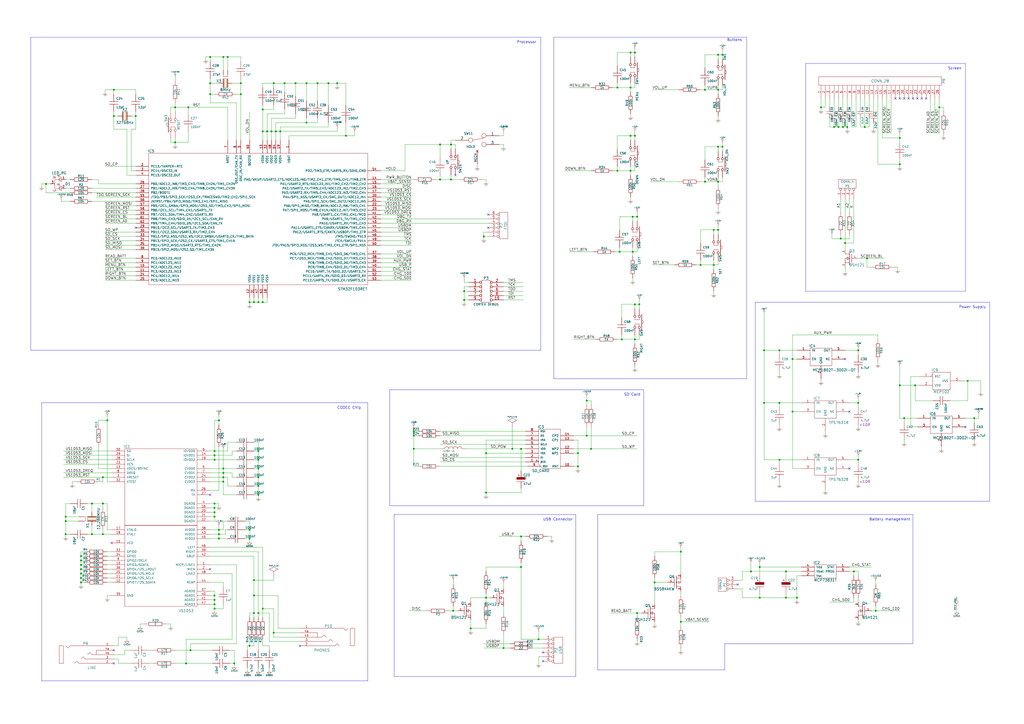
<source format=kicad_sch>
(kicad_sch (version 20230121) (generator eeschema)
  (paper "A2")
  (title_block (title "OggBox open hardware media player") (date "21 Jul 2013") (rev "C") (company "nathandumont.com"))
  (junction (at 124.46 294.64))
  (junction (at 129.54 274.32))
  (junction (at 124.46 345.44))
  (junction (at 521.97 80.01))
  (junction (at 297.18 260.35))
  (junction (at 416.56 31.75))
  (junction (at 149.86 355.6))
  (junction (at 149.86 175.26))
  (junction (at 124.46 297.18))
  (junction (at 459.74 238.76))
  (junction (at 408.94 105.41))
  (junction (at 342.9 260.35))
  (junction (at 110.49 377.19))
  (junction (at 281.94 346.71))
  (junction (at 149.86 281.94))
  (junction (at 46.99 332.74))
  (junction (at 269.24 173.99))
  (junction (at 368.3 196.85))
  (junction (at 124.46 350.52))
  (junction (at 358.14 99.06))
  (junction (at 368.3 176.53))
  (junction (at 129.54 271.78))
  (junction (at 302.26 260.35))
  (junction (at 408.94 52.07))
  (junction (at 101.6 62.23))
  (junction (at 147.32 345.44))
  (junction (at 490.22 140.97))
  (junction (at 240.03 260.35))
  (junction (at 459.74 208.28))
  (junction (at 195.58 48.26))
  (junction (at 524.51 242.57))
  (junction (at 416.56 105.41))
  (junction (at 462.28 346.71))
  (junction (at 152.4 76.2))
  (junction (at 455.93 346.71))
  (junction (at 487.68 138.43))
  (junction (at 152.4 353.06))
  (junction (at 365.76 99.06))
  (junction (at 369.57 125.73))
  (junction (at 508 354.33))
  (junction (at 107.95 384.81))
  (junction (at 78.74 67.31))
  (junction (at 262.89 354.33))
  (junction (at 416.56 133.35))
  (junction (at 240.03 252.73))
  (junction (at 127 312.42))
  (junction (at 269.24 168.91))
  (junction (at 495.3 331.47))
  (junction (at 335.28 270.51))
  (junction (at 443.23 203.2))
  (junction (at 452.12 266.7))
  (junction (at 144.78 312.42))
  (junction (at 488.95 73.66))
  (junction (at 281.94 262.89))
  (junction (at 124.46 264.16))
  (junction (at 160.02 76.2))
  (junction (at 158.75 367.03))
  (junction (at 149.86 276.86))
  (junction (at 358.14 50.8))
  (junction (at 66.04 67.31))
  (junction (at 158.75 48.26))
  (junction (at 340.36 232.41))
  (junction (at 491.49 73.66))
  (junction (at 124.46 266.7))
  (junction (at 440.69 346.71))
  (junction (at 521.97 223.52))
  (junction (at 53.34 309.88))
  (junction (at 26.67 106.68))
  (junction (at 53.34 292.1))
  (junction (at 368.3 30.48))
  (junction (at 240.03 250.19))
  (junction (at 340.36 252.73))
  (junction (at 127 243.84))
  (junction (at 157.48 76.2))
  (junction (at 302.26 311.15))
  (junction (at 147.32 336.55))
  (junction (at 184.15 48.26))
  (junction (at 144.78 175.26))
  (junction (at 486.41 73.66))
  (junction (at 144.78 374.65))
  (junction (at 476.25 62.23))
  (junction (at 124.46 299.72))
  (junction (at 360.68 196.85))
  (junction (at 365.76 78.74))
  (junction (at 171.45 48.26))
  (junction (at 124.46 347.98))
  (junction (at 109.22 62.23))
  (junction (at 452.12 233.68))
  (junction (at 369.57 355.6))
  (junction (at 440.69 328.93))
  (junction (at 367.03 125.73))
  (junction (at 261.62 104.14))
  (junction (at 139.7 48.26))
  (junction (at 565.15 242.57))
  (junction (at 483.87 73.66))
  (junction (at 406.4 153.67))
  (junction (at 124.46 353.06))
  (junction (at 59.69 309.88))
  (junction (at 414.02 153.67))
  (junction (at 368.3 78.74))
  (junction (at 443.23 233.68))
  (junction (at 59.69 292.1))
  (junction (at 455.93 331.47))
  (junction (at 124.46 292.1))
  (junction (at 127 307.34))
  (junction (at 281.94 285.75))
  (junction (at 370.84 176.53))
  (junction (at 46.99 335.28))
  (junction (at 521.97 95.25))
  (junction (at 501.65 73.66))
  (junction (at 280.67 137.16))
  (junction (at 46.99 322.58))
  (junction (at 59.69 276.86))
  (junction (at 101.6 82.55))
  (junction (at 302.26 328.93))
  (junction (at 255.27 83.82))
  (junction (at 149.86 266.7))
  (junction (at 147.32 355.6))
  (junction (at 127 309.88))
  (junction (at 149.86 271.78))
  (junction (at 255.27 104.14))
  (junction (at 162.56 76.2))
  (junction (at 129.54 33.02))
  (junction (at 365.76 30.48))
  (junction (at 497.84 233.68))
  (junction (at 46.99 325.12))
  (junction (at 414.02 133.35))
  (junction (at 292.1 375.92))
  (junction (at 124.46 261.62))
  (junction (at 129.54 279.4))
  (junction (at 46.99 330.2))
  (junction (at 530.86 223.52))
  (junction (at 144.78 307.34))
  (junction (at 312.42 370.84))
  (junction (at 335.28 262.89))
  (junction (at 190.5 48.26))
  (junction (at 261.62 83.82))
  (junction (at 38.1 299.72))
  (junction (at 416.56 52.07))
  (junction (at 452.12 203.2))
  (junction (at 379.73 337.82))
  (junction (at 394.97 320.04))
  (junction (at 200.66 78.74))
  (junction (at 46.99 337.82))
  (junction (at 165.1 48.26))
  (junction (at 177.8 71.12))
  (junction (at 38.1 309.88))
  (junction (at 66.04 52.07))
  (junction (at 149.86 287.02))
  (junction (at 132.08 33.02))
  (junction (at 139.7 54.61))
  (junction (at 135.89 384.81))
  (junction (at 62.23 243.84))
  (junction (at 497.84 266.7))
  (junction (at 435.61 331.47))
  (junction (at 419.1 31.75))
  (junction (at 367.03 146.05))
  (junction (at 147.32 175.26))
  (junction (at 365.76 50.8))
  (junction (at 273.05 364.49))
  (junction (at 502.92 149.86))
  (junction (at 561.34 220.98))
  (junction (at 152.4 175.26))
  (junction (at 544.83 62.23))
  (junction (at 121.92 54.61))
  (junction (at 394.97 360.68))
  (junction (at 416.56 85.09))
  (junction (at 129.54 276.86))
  (junction (at 121.92 33.02))
  (junction (at 177.8 48.26))
  (junction (at 38.1 302.26))
  (junction (at 46.99 327.66))
  (junction (at 154.94 76.2))
  (junction (at 152.4 63.5))
  (junction (at 121.92 48.26))
  (junction (at 359.41 146.05))
  (junction (at 497.84 203.2))
  (junction (at 149.86 261.62))
  (junction (at 419.1 85.09))
  (no_connect (at 121.92 287.02))
  (no_connect (at 534.67 57.15))
  (no_connect (at 519.43 57.15))
  (no_connect (at 427.99 339.09))
  (no_connect (at 283.21 132.08))
  (no_connect (at 560.07 247.65))
  (no_connect (at 78.74 132.08))
  (no_connect (at 492.76 271.78))
  (no_connect (at 537.21 57.15))
  (no_connect (at 532.13 57.15))
  (no_connect (at 492.76 238.76))
  (no_connect (at 264.16 101.6))
  (no_connect (at 314.96 383.54))
  (no_connect (at 527.05 57.15))
  (no_connect (at 283.21 124.46))
  (no_connect (at 524.51 57.15))
  (no_connect (at 64.77 314.96))
  (no_connect (at 521.97 57.15))
  (no_connect (at 490.22 208.28))
  (no_connect (at 314.96 378.46))
  (no_connect (at 121.92 330.2))
  (no_connect (at 173.99 374.65))
  (no_connect (at 529.59 57.15))
  (no_connect (at 66.04 377.19))
  (no_connect (at 66.04 384.81))
  (wire (pts (xy 406.4 153.67) (xy 406.4 151.13)))
  (wire (pts (xy 365.76 30.48) (xy 368.3 30.48)))
  (wire (pts (xy 335.28 270.51) (xy 332.74 270.51)))
  (wire (pts (xy 269.24 163.83) (xy 271.78 163.83)))
  (wire (pts (xy 492.76 331.47) (xy 495.3 331.47)))
  (wire (pts (xy 408.94 39.37) (xy 408.94 31.75)))
  (wire (pts (xy 521.97 95.25) (xy 521.97 97.79)))
  (wire (pts (xy 99.06 62.23) (xy 99.06 64.77)))
  (wire (pts (xy 76.2 377.19) (xy 72.39 377.19)))
  (wire (pts (xy 490.22 140.97) (xy 495.3 140.97)))
  (wire (pts (xy 59.69 292.1) (xy 59.69 294.64)))
  (wire (pts (xy 358.14 38.1) (xy 358.14 30.48)))
  (wire (pts (xy 340.36 232.41) (xy 340.36 234.95)))
  (wire (pts (xy 504.19 62.23) (xy 504.19 57.15)))
  (wire (pts (xy 81.28 364.49) (xy 81.28 361.95)))
  (wire (pts (xy 492.76 328.93) (xy 505.46 328.93)))
  (wire (pts (xy 497.84 201.93) (xy 497.84 203.2)))
  (wire (pts (xy 495.3 140.97) (xy 495.3 115.57)))
  (wire (pts (xy 261.62 104.14) (xy 266.7 104.14)))
  (wire (pts (xy 521.97 212.09) (xy 521.97 223.52)))
  (wire (pts (xy 124.46 243.84) (xy 124.46 261.62)))
  (wire (pts (xy 127 284.48) (xy 121.92 284.48)))
  (wire (pts (xy 408.94 105.41) (xy 416.56 105.41)))
  (wire (pts (xy 521.97 77.47) (xy 521.97 80.01)))
  (wire (pts (xy 281.94 285.75) (xy 302.26 285.75)))
  (wire (pts (xy 62.23 345.44) (xy 64.77 345.44)))
  (wire (pts (xy 220.98 109.22) (xy 238.76 109.22)))
  (polyline (pts (xy 560.07 168.91) (xy 467.36 168.91)))
  (polyline (pts (xy 373.38 226.06) (xy 373.38 293.37)))
  (wire (pts (xy 416.56 105.41) (xy 419.1 105.41)))
  (wire (pts (xy 359.41 146.05) (xy 367.03 146.05)))
  (wire (pts (xy 238.76 152.4) (xy 220.98 152.4)))
  (polyline (pts (xy 529.59 373.38) (xy 420.37 373.38)))
  (wire (pts (xy 127 307.34) (xy 121.92 307.34)))
  (wire (pts (xy 491.49 57.15) (xy 491.49 62.23)))
  (wire (pts (xy 406.4 133.35) (xy 414.02 133.35)))
  (wire (pts (xy 273.05 346.71) (xy 273.05 349.25)))
  (wire (pts (xy 365.76 99.06) (xy 368.3 99.06)))
  (wire (pts (xy 177.8 71.12) (xy 184.15 71.12)))
  (wire (pts (xy 340.36 252.73) (xy 340.36 247.65)))
  (wire (pts (xy 281.94 285.75) (xy 281.94 288.29)))
  (wire (pts (xy 195.58 76.2) (xy 195.58 73.66)))
  (wire (pts (xy 565.15 242.57) (xy 565.15 245.11)))
  (wire (pts (xy 127 309.88) (xy 130.81 309.88)))
  (wire (pts (xy 478.79 62.23) (xy 478.79 57.15)))
  (wire (pts (xy 368.3 212.09) (xy 368.3 214.63)))
  (wire (pts (xy 127 307.34) (xy 127 309.88)))
  (wire (pts (xy 255.27 104.14) (xy 261.62 104.14)))
  (wire (pts (xy 358.14 78.74) (xy 365.76 78.74)))
  (wire (pts (xy 452.12 233.68) (xy 452.12 236.22)))
  (wire (pts (xy 220.98 137.16) (xy 238.76 137.16)))
  (wire (pts (xy 365.76 48.26) (xy 365.76 50.8)))
  (wire (pts (xy 292.1 351.79) (xy 292.1 355.6)))
  (wire (pts (xy 152.4 48.26) (xy 158.75 48.26)))
  (wire (pts (xy 497.84 246.38) (xy 497.84 248.92)))
  (wire (pts (xy 165.1 53.34) (xy 165.1 48.26)))
  (wire (pts (xy 302.26 326.39) (xy 302.26 328.93)))
  (wire (pts (xy 440.69 328.93) (xy 440.69 334.01)))
  (wire (pts (xy 73.66 74.93) (xy 73.66 101.6)))
  (wire (pts (xy 478.79 283.21) (xy 478.79 285.75)))
  (wire (pts (xy 547.37 77.47) (xy 547.37 80.01)))
  (wire (pts (xy 240.03 250.19) (xy 240.03 252.73)))
  (wire (pts (xy 524.51 257.81) (xy 524.51 255.27)))
  (wire (pts (xy 360.68 184.15) (xy 360.68 176.53)))
  (wire (pts (xy 124.46 350.52) (xy 124.46 353.06)))
  (wire (pts (xy 365.76 50.8) (xy 368.3 50.8)))
  (wire (pts (xy 499.11 62.23) (xy 499.11 57.15)))
  (wire (pts (xy 147.32 355.6) (xy 147.32 358.14)))
  (wire (pts (xy 121.92 54.61) (xy 124.46 54.61)))
  (wire (pts (xy 369.57 370.84) (xy 369.57 373.38)))
  (wire (pts (xy 394.97 342.9) (xy 394.97 345.44)))
  (wire (pts (xy 143.51 374.65) (xy 143.51 377.19)))
  (wire (pts (xy 491.49 73.66) (xy 491.49 76.2)))
  (wire (pts (xy 297.18 260.35) (xy 302.26 260.35)))
  (wire (pts (xy 524.51 242.57) (xy 532.13 242.57)))
  (wire (pts (xy 26.67 111.76) (xy 26.67 106.68)))
  (wire (pts (xy 147.32 336.55) (xy 147.32 345.44)))
  (wire (pts (xy 156.21 389.89) (xy 156.21 387.35)))
  (wire (pts (xy 78.74 116.84) (xy 53.34 116.84)))
  (wire (pts (xy 368.3 196.85) (xy 370.84 196.85)))
  (wire (pts (xy 497.84 233.68) (xy 492.76 233.68)))
  (wire (pts (xy 64.77 271.78) (xy 57.15 271.78)))
  (wire (pts (xy 379.73 337.82) (xy 379.73 350.52)))
  (wire (pts (xy 521.97 223.52) (xy 521.97 242.57)))
  (wire (pts (xy 281.94 346.71) (xy 284.48 346.71)))
  (wire (pts (xy 184.15 48.26) (xy 190.5 48.26)))
  (wire (pts (xy 416.56 49.53) (xy 416.56 52.07)))
  (wire (pts (xy 342.9 99.06) (xy 327.66 99.06)))
  (wire (pts (xy 46.99 332.74) (xy 49.53 332.74)))
  (wire (pts (xy 99.06 62.23) (xy 101.6 62.23)))
  (polyline (pts (xy 420.37 388.62) (xy 346.71 388.62)))
  (wire (pts (xy 143.51 387.35) (xy 143.51 389.89)))
  (wire (pts (xy 200.66 78.74) (xy 200.66 71.12)))
  (wire (pts (xy 502.92 154.94) (xy 505.46 154.94)))
  (wire (pts (xy 154.94 76.2) (xy 154.94 81.28)))
  (wire (pts (xy 152.4 63.5) (xy 158.75 63.5)))
  (wire (pts (xy 62.23 325.12) (xy 64.77 325.12)))
  (polyline (pts (xy 226.06 226.06) (xy 373.38 226.06)))
  (wire (pts (xy 60.96 144.78) (xy 78.74 144.78)))
  (wire (pts (xy 565.15 255.27) (xy 565.15 257.81)))
  (wire (pts (xy 101.6 80.01) (xy 101.6 82.55)))
  (wire (pts (xy 292.1 375.92) (xy 295.91 375.92)))
  (wire (pts (xy 121.92 59.69) (xy 137.16 59.69)))
  (wire (pts (xy 544.83 62.23) (xy 544.83 77.47)))
  (wire (pts (xy 147.32 355.6) (xy 144.78 355.6)))
  (wire (pts (xy 99.06 82.55) (xy 101.6 82.55)))
  (polyline (pts (xy 334.01 298.45) (xy 228.6 298.45)))
  (wire (pts (xy 127 243.84) (xy 124.46 243.84)))
  (wire (pts (xy 205.74 78.74) (xy 205.74 76.2)))
  (wire (pts (xy 220.98 104.14) (xy 240.03 104.14)))
  (wire (pts (xy 152.4 60.96) (xy 152.4 63.5)))
  (wire (pts (xy 443.23 203.2) (xy 443.23 233.68)))
  (wire (pts (xy 124.46 266.7) (xy 137.16 266.7)))
  (wire (pts (xy 184.15 58.42) (xy 184.15 48.26)))
  (wire (pts (xy 132.08 276.86) (xy 129.54 276.86)))
  (wire (pts (xy 547.37 64.77) (xy 547.37 62.23)))
  (wire (pts (xy 487.68 138.43) (xy 492.76 138.43)))
  (wire (pts (xy 124.46 347.98) (xy 121.92 347.98)))
  (wire (pts (xy 482.6 138.43) (xy 487.68 138.43)))
  (wire (pts (xy 110.49 373.38) (xy 137.16 373.38)))
  (wire (pts (xy 46.99 327.66) (xy 46.99 330.2)))
  (wire (pts (xy 152.4 374.65) (xy 152.4 370.84)))
  (wire (pts (xy 320.04 313.69) (xy 320.04 311.15)))
  (wire (pts (xy 121.92 48.26) (xy 127 48.26)))
  (wire (pts (xy 369.57 123.19) (xy 369.57 125.73)))
  (wire (pts (xy 368.3 76.2) (xy 368.3 78.74)))
  (wire (pts (xy 276.86 97.79) (xy 276.86 95.25)))
  (wire (pts (xy 158.75 369.57) (xy 173.99 369.57)))
  (wire (pts (xy 121.92 345.44) (xy 124.46 345.44)))
  (wire (pts (xy 416.56 85.09) (xy 416.56 87.63)))
  (wire (pts (xy 121.92 48.26) (xy 121.92 54.61)))
  (wire (pts (xy 76.2 74.93) (xy 76.2 99.06)))
  (wire (pts (xy 158.75 63.5) (xy 158.75 60.96)))
  (wire (pts (xy 501.65 57.15) (xy 501.65 73.66)))
  (wire (pts (xy 255.27 260.35) (xy 240.03 260.35)))
  (wire (pts (xy 443.23 266.7) (xy 452.12 266.7)))
  (wire (pts (xy 149.86 281.94) (xy 149.86 287.02)))
  (wire (pts (xy 66.04 74.93) (xy 73.66 74.93)))
  (wire (pts (xy 127 241.3) (xy 127 243.84)))
  (wire (pts (xy 358.14 50.8) (xy 358.14 48.26)))
  (wire (pts (xy 26.67 106.68) (xy 29.21 106.68)))
  (wire (pts (xy 46.99 330.2) (xy 49.53 330.2)))
  (polyline (pts (xy 574.04 175.26) (xy 574.04 290.83)))
  (wire (pts (xy 292.1 166.37) (xy 303.53 166.37)))
  (wire (pts (xy 487.68 138.43) (xy 487.68 135.89)))
  (wire (pts (xy 88.9 377.19) (xy 86.36 377.19)))
  (wire (pts (xy 360.68 196.85) (xy 360.68 194.31)))
  (wire (pts (xy 452.12 246.38) (xy 452.12 248.92)))
  (polyline (pts (xy 433.07 21.59) (xy 433.07 219.71)))
  (wire (pts (xy 370.84 173.99) (xy 370.84 176.53)))
  (wire (pts (xy 255.27 83.82) (xy 261.62 83.82)))
  (wire (pts (xy 137.16 327.66) (xy 121.92 327.66)))
  (wire (pts (xy 124.46 297.18) (xy 124.46 299.72)))
  (wire (pts (xy 280.67 137.16) (xy 283.21 137.16)))
  (wire (pts (xy 367.03 128.27) (xy 367.03 125.73)))
  (wire (pts (xy 459.74 194.31) (xy 509.27 194.31)))
  (wire (pts (xy 271.78 168.91) (xy 269.24 168.91)))
  (wire (pts (xy 129.54 276.86) (xy 121.92 276.86)))
  (wire (pts (xy 530.86 223.52) (xy 521.97 223.52)))
  (wire (pts (xy 495.3 349.25) (xy 495.3 346.71)))
  (wire (pts (xy 481.33 62.23) (xy 481.33 57.15)))
  (wire (pts (xy 134.62 264.16) (xy 134.62 261.62)))
  (wire (pts (xy 335.28 255.27) (xy 335.28 262.89)))
  (wire (pts (xy 234.95 83.82) (xy 234.95 99.06)))
  (wire (pts (xy 144.78 307.34) (xy 144.78 312.42)))
  (wire (pts (xy 368.3 78.74) (xy 368.3 81.28)))
  (wire (pts (xy 110.49 377.19) (xy 123.19 377.19)))
  (wire (pts (xy 546.1 259.08) (xy 546.1 261.62)))
  (wire (pts (xy 66.04 54.61) (xy 66.04 52.07)))
  (wire (pts (xy 121.92 342.9) (xy 124.46 342.9)))
  (wire (pts (xy 234.95 83.82) (xy 255.27 83.82)))
  (wire (pts (xy 127 312.42) (xy 132.08 312.42)))
  (polyline (pts (xy 438.15 290.83) (xy 438.15 175.26)))
  (wire (pts (xy 121.92 294.64) (xy 124.46 294.64)))
  (wire (pts (xy 62.23 335.28) (xy 64.77 335.28)))
  (wire (pts (xy 60.96 152.4) (xy 78.74 152.4)))
  (wire (pts (xy 462.28 346.71) (xy 462.28 349.25)))
  (wire (pts (xy 129.54 287.02) (xy 137.16 287.02)))
  (wire (pts (xy 365.76 81.28) (xy 365.76 78.74)))
  (wire (pts (xy 124.46 264.16) (xy 134.62 264.16)))
  (wire (pts (xy 332.74 260.35) (xy 342.9 260.35)))
  (wire (pts (xy 476.25 62.23) (xy 476.25 64.77)))
  (wire (pts (xy 156.21 374.65) (xy 152.4 374.65)))
  (wire (pts (xy 416.56 120.65) (xy 416.56 123.19)))
  (polyline (pts (xy 228.6 298.45) (xy 228.6 392.43)))
  (wire (pts (xy 367.03 125.73) (xy 369.57 125.73)))
  (wire (pts (xy 220.98 157.48) (xy 238.76 157.48)))
  (wire (pts (xy 129.54 340.36) (xy 129.54 337.82)))
  (wire (pts (xy 262.89 354.33) (xy 265.43 354.33)))
  (wire (pts (xy 238.76 160.02) (xy 220.98 160.02)))
  (wire (pts (xy 127 243.84) (xy 127 246.38)))
  (wire (pts (xy 88.9 384.81) (xy 86.36 384.81)))
  (wire (pts (xy 158.75 353.06) (xy 158.75 367.03)))
  (wire (pts (xy 132.08 62.23) (xy 132.08 81.28)))
  (wire (pts (xy 508 339.09) (xy 508 336.55)))
  (wire (pts (xy 281.94 262.89) (xy 281.94 285.75)))
  (wire (pts (xy 414.02 168.91) (xy 414.02 171.45)))
  (wire (pts (xy 167.64 78.74) (xy 200.66 78.74)))
  (wire (pts (xy 157.48 76.2) (xy 157.48 81.28)))
  (wire (pts (xy 147.32 175.26) (xy 149.86 175.26)))
  (wire (pts (xy 427.99 341.63) (xy 430.53 341.63)))
  (wire (pts (xy 190.5 48.26) (xy 190.5 60.96)))
  (wire (pts (xy 365.76 50.8) (xy 365.76 53.34)))
  (wire (pts (xy 496.57 73.66) (xy 494.03 73.66)))
  (wire (pts (xy 394.97 320.04) (xy 394.97 332.74)))
  (wire (pts (xy 490.22 203.2) (xy 497.84 203.2)))
  (wire (pts (xy 370.84 176.53) (xy 370.84 179.07)))
  (wire (pts (xy 335.28 270.51) (xy 335.28 273.05)))
  (wire (pts (xy 68.58 374.65) (xy 68.58 369.57)))
  (wire (pts (xy 132.08 33.02) (xy 139.7 33.02)))
  (polyline (pts (xy 24.13 233.68) (xy 24.13 394.97)))
  (wire (pts (xy 240.03 247.65) (xy 240.03 250.19)))
  (wire (pts (xy 414.02 133.35) (xy 416.56 133.35)))
  (wire (pts (xy 62.23 292.1) (xy 62.23 307.34)))
  (wire (pts (xy 459.74 271.78) (xy 459.74 238.76)))
  (wire (pts (xy 314.96 375.92) (xy 308.61 375.92)))
  (wire (pts (xy 255.27 91.44) (xy 255.27 83.82)))
  (wire (pts (xy 40.64 292.1) (xy 38.1 292.1)))
  (wire (pts (xy 62.23 327.66) (xy 64.77 327.66)))
  (wire (pts (xy 129.54 279.4) (xy 129.54 287.02)))
  (wire (pts (xy 121.92 45.72) (xy 121.92 48.26)))
  (wire (pts (xy 152.4 175.26) (xy 154.94 175.26)))
  (wire (pts (xy 369.57 358.14) (xy 369.57 355.6)))
  (wire (pts (xy 497.84 361.95) (xy 497.84 359.41)))
  (wire (pts (xy 365.76 78.74) (xy 368.3 78.74)))
  (wire (pts (xy 394.97 378.46) (xy 394.97 375.92)))
  (wire (pts (xy 40.64 109.22) (xy 38.1 109.22)))
  (wire (pts (xy 129.54 33.02) (xy 132.08 33.02)))
  (wire (pts (xy 414.02 135.89) (xy 414.02 133.35)))
  (wire (pts (xy 481.33 73.66) (xy 483.87 73.66)))
  (wire (pts (xy 119.38 33.02) (xy 121.92 33.02)))
  (wire (pts (xy 332.74 252.73) (xy 340.36 252.73)))
  (wire (pts (xy 302.26 260.35) (xy 304.8 260.35)))
  (wire (pts (xy 240.03 260.35) (xy 240.03 270.51)))
  (wire (pts (xy 501.65 73.66) (xy 504.19 73.66)))
  (wire (pts (xy 302.26 313.69) (xy 302.26 311.15)))
  (wire (pts (xy 455.93 346.71) (xy 455.93 344.17)))
  (wire (pts (xy 124.46 261.62) (xy 124.46 264.16)))
  (wire (pts (xy 124.46 264.16) (xy 124.46 266.7)))
  (wire (pts (xy 129.54 337.82) (xy 121.92 337.82)))
  (wire (pts (xy 64.77 266.7) (xy 36.83 266.7)))
  (wire (pts (xy 497.84 233.68) (xy 497.84 236.22)))
  (wire (pts (xy 443.23 233.68) (xy 452.12 233.68)))
  (wire (pts (xy 157.48 68.58) (xy 171.45 68.58)))
  (wire (pts (xy 509.27 57.15) (xy 509.27 95.25)))
  (polyline (pts (xy 17.78 203.2) (xy 17.78 21.59)))
  (wire (pts (xy 273.05 359.41) (xy 273.05 364.49)))
  (wire (pts (xy 240.03 252.73) (xy 240.03 260.35)))
  (wire (pts (xy 452.12 266.7) (xy 464.82 266.7)))
  (wire (pts (xy 497.84 203.2) (xy 497.84 205.74)))
  (wire (pts (xy 165.1 48.26) (xy 171.45 48.26)))
  (polyline (pts (xy 346.71 388.62) (xy 346.71 298.45)))
  (wire (pts (xy 129.54 271.78) (xy 137.16 271.78)))
  (wire (pts (xy 416.56 105.41) (xy 416.56 107.95)))
  (wire (pts (xy 488.95 64.77) (xy 488.95 57.15)))
  (wire (pts (xy 393.7 105.41) (xy 377.19 105.41)))
  (wire (pts (xy 158.75 50.8) (xy 158.75 48.26)))
  (wire (pts (xy 342.9 232.41) (xy 342.9 234.95)))
  (wire (pts (xy 96.52 361.95) (xy 99.06 361.95)))
  (wire (pts (xy 312.42 386.08) (xy 312.42 381)))
  (polyline (pts (xy 213.36 233.68) (xy 24.13 233.68)))
  (wire (pts (xy 60.96 119.38) (xy 78.74 119.38)))
  (wire (pts (xy 156.21 377.19) (xy 156.21 374.65)))
  (wire (pts (xy 459.74 271.78) (xy 464.82 271.78)))
  (wire (pts (xy 139.7 45.72) (xy 139.7 48.26)))
  (wire (pts (xy 46.99 335.28) (xy 49.53 335.28)))
  (wire (pts (xy 152.4 172.72) (xy 152.4 175.26)))
  (wire (pts (xy 137.16 256.54) (xy 132.08 256.54)))
  (wire (pts (xy 129.54 353.06) (xy 129.54 350.52)))
  (wire (pts (xy 255.27 101.6) (xy 255.27 104.14)))
  (wire (pts (xy 238.76 162.56) (xy 220.98 162.56)))
  (wire (pts (xy 440.69 346.71) (xy 455.93 346.71)))
  (wire (pts (xy 66.04 64.77) (xy 66.04 67.31)))
  (wire (pts (xy 486.41 62.23) (xy 486.41 57.15)))
  (wire (pts (xy 530.86 232.41) (xy 530.86 223.52)))
  (wire (pts (xy 38.1 299.72) (xy 38.1 302.26)))
  (wire (pts (xy 134.62 274.32) (xy 129.54 274.32)))
  (wire (pts (xy 292.1 78.74) (xy 292.1 76.2)))
  (wire (pts (xy 160.02 76.2) (xy 160.02 81.28)))
  (wire (pts (xy 162.56 73.66) (xy 162.56 76.2)))
  (wire (pts (xy 497.84 279.4) (xy 497.84 281.94)))
  (wire (pts (xy 304.8 252.73) (xy 255.27 252.73)))
  (wire (pts (xy 455.93 331.47) (xy 464.82 331.47)))
  (wire (pts (xy 554.99 353.06) (xy 554.99 355.6)))
  (wire (pts (xy 511.81 57.15) (xy 511.81 80.01)))
  (wire (pts (xy 504.19 73.66) (xy 504.19 68.58)))
  (wire (pts (xy 53.34 309.88) (xy 59.69 309.88)))
  (wire (pts (xy 190.5 73.66) (xy 190.5 71.12)))
  (polyline (pts (xy 467.36 168.91) (xy 467.36 36.83)))
  (wire (pts (xy 64.77 269.24) (xy 36.83 269.24)))
  (wire (pts (xy 72.39 377.19) (xy 72.39 379.73)))
  (wire (pts (xy 565.15 242.57) (xy 567.69 242.57)))
  (wire (pts (xy 542.29 57.15) (xy 542.29 77.47)))
  (wire (pts (xy 109.22 62.23) (xy 132.08 62.23)))
  (wire (pts (xy 195.58 48.26) (xy 200.66 48.26)))
  (wire (pts (xy 40.64 111.76) (xy 26.67 111.76)))
  (wire (pts (xy 335.28 255.27) (xy 332.74 255.27)))
  (wire (pts (xy 486.41 73.66) (xy 486.41 68.58)))
  (wire (pts (xy 121.92 309.88) (xy 127 309.88)))
  (wire (pts (xy 365.76 114.3) (xy 365.76 116.84)))
  (wire (pts (xy 149.86 266.7) (xy 147.32 266.7)))
  (wire (pts (xy 358.14 99.06) (xy 365.76 99.06)))
  (wire (pts (xy 561.34 220.98) (xy 568.96 220.98)))
  (wire (pts (xy 60.96 149.86) (xy 78.74 149.86)))
  (wire (pts (xy 59.69 279.4) (xy 57.15 279.4)))
  (wire (pts (xy 68.58 384.81) (xy 68.58 382.27)))
  (wire (pts (xy 124.46 302.26) (xy 121.92 302.26)))
  (wire (pts (xy 134.62 261.62) (xy 137.16 261.62)))
  (wire (pts (xy 45.72 302.26) (xy 38.1 302.26)))
  (wire (pts (xy 64.77 264.16) (xy 36.83 264.16)))
  (wire (pts (xy 304.8 262.89) (xy 281.94 262.89)))
  (wire (pts (xy 171.45 48.26) (xy 177.8 48.26)))
  (wire (pts (xy 240.03 270.51) (xy 242.57 270.51)))
  (wire (pts (xy 240.03 250.19) (xy 242.57 250.19)))
  (wire (pts (xy 152.4 353.06) (xy 152.4 358.14)))
  (wire (pts (xy 46.99 337.82) (xy 46.99 340.36)))
  (wire (pts (xy 414.02 151.13) (xy 414.02 153.67)))
  (wire (pts (xy 220.98 124.46) (xy 238.76 124.46)))
  (wire (pts (xy 281.94 344.17) (xy 281.94 346.71)))
  (wire (pts (xy 247.65 354.33) (xy 237.49 354.33)))
  (wire (pts (xy 312.42 381) (xy 314.96 381)))
  (wire (pts (xy 365.76 30.48) (xy 365.76 33.02)))
  (wire (pts (xy 160.02 76.2) (xy 162.56 76.2)))
  (wire (pts (xy 157.48 68.58) (xy 157.48 76.2)))
  (wire (pts (xy 394.97 360.68) (xy 394.97 363.22)))
  (wire (pts (xy 238.76 106.68) (xy 220.98 106.68)))
  (wire (pts (xy 171.45 68.58) (xy 171.45 66.04)))
  (wire (pts (xy 509.27 212.09) (xy 509.27 209.55)))
  (wire (pts (xy 130.81 307.34) (xy 130.81 309.88)))
  (wire (pts (xy 73.66 369.57) (xy 73.66 372.11)))
  (wire (pts (xy 68.58 382.27) (xy 66.04 382.27)))
  (wire (pts (xy 127 259.08) (xy 127 284.48)))
  (wire (pts (xy 514.35 77.47) (xy 514.35 57.15)))
  (wire (pts (xy 560.07 242.57) (xy 565.15 242.57)))
  (wire (pts (xy 134.62 370.84) (xy 107.95 370.84)))
  (wire (pts (xy 127 292.1) (xy 127 294.64)))
  (wire (pts (xy 359.41 146.05) (xy 359.41 143.51)))
  (wire (pts (xy 281.94 255.27) (xy 281.94 262.89)))
  (wire (pts (xy 200.66 48.26) (xy 200.66 60.96)))
  (wire (pts (xy 435.61 331.47) (xy 455.93 331.47)))
  (wire (pts (xy 149.86 355.6) (xy 156.21 355.6)))
  (wire (pts (xy 165.1 66.04) (xy 165.1 63.5)))
  (wire (pts (xy 144.78 175.26) (xy 147.32 175.26)))
  (wire (pts (xy 416.56 153.67) (xy 416.56 151.13)))
  (wire (pts (xy 281.94 328.93) (xy 281.94 331.47)))
  (wire (pts (xy 344.17 146.05) (xy 330.2 146.05)))
  (wire (pts (xy 162.56 76.2) (xy 162.56 81.28)))
  (wire (pts (xy 281.94 346.71) (xy 281.94 349.25)))
  (wire (pts (xy 156.21 372.11) (xy 173.99 372.11)))
  (wire (pts (xy 340.36 232.41) (xy 342.9 232.41)))
  (wire (pts (xy 60.96 129.54) (xy 78.74 129.54)))
  (wire (pts (xy 158.75 336.55) (xy 158.75 334.01)))
  (wire (pts (xy 269.24 166.37) (xy 269.24 168.91)))
  (wire (pts (xy 419.1 31.75) (xy 419.1 34.29)))
  (wire (pts (xy 121.92 33.02) (xy 121.92 35.56)))
  (wire (pts (xy 368.3 179.07) (xy 368.3 176.53)))
  (wire (pts (xy 483.87 73.66) (xy 486.41 73.66)))
  (wire (pts (xy 490.22 140.97) (xy 490.22 144.78)))
  (wire (pts (xy 46.99 330.2) (xy 46.99 332.74)))
  (wire (pts (xy 269.24 168.91) (xy 269.24 173.99)))
  (wire (pts (xy 200.66 78.74) (xy 205.74 78.74)))
  (wire (pts (xy 55.88 114.3) (xy 78.74 114.3)))
  (wire (pts (xy 220.98 132.08) (xy 238.76 132.08)))
  (wire (pts (xy 57.15 104.14) (xy 57.15 106.68)))
  (wire (pts (xy 459.74 238.76) (xy 464.82 238.76)))
  (wire (pts (xy 394.97 360.68) (xy 411.48 360.68)))
  (wire (pts (xy 452.12 279.4) (xy 452.12 281.94)))
  (wire (pts (xy 506.73 64.77) (xy 506.73 57.15)))
  (polyline (pts (xy 213.36 394.97) (xy 213.36 233.68)))
  (wire (pts (xy 46.99 322.58) (xy 46.99 325.12)))
  (wire (pts (xy 149.86 355.6) (xy 149.86 358.14)))
  (polyline (pts (xy 228.6 392.43) (xy 334.01 392.43)))
  (wire (pts (xy 149.86 389.89) (xy 149.86 387.35)))
  (wire (pts (xy 57.15 246.38) (xy 57.15 243.84)))
  (wire (pts (xy 435.61 331.47) (xy 435.61 326.39)))
  (polyline (pts (xy 321.31 219.71) (xy 321.31 21.59)))
  (wire (pts (xy 220.98 121.92) (xy 238.76 121.92)))
  (wire (pts (xy 124.46 292.1) (xy 127 292.1)))
  (wire (pts (xy 78.74 96.52) (xy 60.96 96.52)))
  (wire (pts (xy 177.8 68.58) (xy 177.8 71.12)))
  (wire (pts (xy 568.96 220.98) (xy 568.96 228.6)))
  (wire (pts (xy 78.74 74.93) (xy 76.2 74.93)))
  (wire (pts (xy 367.03 143.51) (xy 367.03 146.05)))
  (wire (pts (xy 302.26 328.93) (xy 302.26 370.84)))
  (wire (pts (xy 101.6 62.23) (xy 109.22 62.23)))
  (wire (pts (xy 190.5 48.26) (xy 195.58 48.26)))
  (wire (pts (xy 304.8 265.43) (xy 255.27 265.43)))
  (wire (pts (xy 387.35 337.82) (xy 379.73 337.82)))
  (wire (pts (xy 121.92 312.42) (xy 127 312.42)))
  (wire (pts (xy 60.96 157.48) (xy 78.74 157.48)))
  (wire (pts (xy 177.8 58.42) (xy 177.8 48.26)))
  (wire (pts (xy 45.72 299.72) (xy 38.1 299.72)))
  (wire (pts (xy 127 304.8) (xy 127 307.34)))
  (wire (pts (xy 494.03 73.66) (xy 494.03 71.12)))
  (wire (pts (xy 142.24 307.34) (xy 144.78 307.34)))
  (wire (pts (xy 358.14 86.36) (xy 358.14 78.74)))
  (wire (pts (xy 50.8 309.88) (xy 53.34 309.88)))
  (wire (pts (xy 72.39 379.73) (xy 66.04 379.73)))
  (polyline (pts (xy 373.38 293.37) (xy 226.06 293.37)))
  (wire (pts (xy 152.4 76.2) (xy 154.94 76.2)))
  (wire (pts (xy 121.92 54.61) (xy 121.92 59.69)))
  (wire (pts (xy 408.94 52.07) (xy 416.56 52.07)))
  (wire (pts (xy 304.8 257.81) (xy 255.27 257.81)))
  (polyline (pts (xy 313.69 21.59) (xy 313.69 203.2)))
  (wire (pts (xy 260.35 354.33) (xy 262.89 354.33)))
  (wire (pts (xy 144.78 81.28) (xy 144.78 64.77)))
  (wire (pts (xy 147.32 172.72) (xy 147.32 175.26)))
  (wire (pts (xy 430.53 341.63) (xy 430.53 346.71)))
  (wire (pts (xy 262.89 339.09) (xy 262.89 336.55)))
  (wire (pts (xy 292.1 168.91) (xy 303.53 168.91)))
  (wire (pts (xy 455.93 334.01) (xy 455.93 331.47)))
  (wire (pts (xy 53.34 292.1) (xy 59.69 292.1)))
  (wire (pts (xy 497.84 215.9) (xy 497.84 218.44)))
  (wire (pts (xy 101.6 82.55) (xy 101.6 85.09)))
  (wire (pts (xy 107.95 370.84) (xy 107.95 384.81)))
  (wire (pts (xy 76.2 99.06) (xy 78.74 99.06)))
  (wire (pts (xy 124.46 292.1) (xy 124.46 294.64)))
  (wire (pts (xy 547.37 62.23) (xy 544.83 62.23)))
  (wire (pts (xy 491.49 68.58) (xy 491.49 73.66)))
  (wire (pts (xy 359.41 133.35) (xy 359.41 125.73)))
  (wire (pts (xy 107.95 384.81) (xy 123.19 384.81)))
  (wire (pts (xy 406.4 140.97) (xy 406.4 133.35)))
  (wire (pts (xy 129.54 260.35) (xy 129.54 271.78)))
  (wire (pts (xy 452.12 203.2) (xy 462.28 203.2)))
  (wire (pts (xy 419.1 105.41) (xy 419.1 102.87)))
  (wire (pts (xy 135.89 377.19) (xy 133.35 377.19)))
  (wire (pts (xy 149.86 287.02) (xy 147.32 287.02)))
  (wire (pts (xy 220.98 114.3) (xy 238.76 114.3)))
  (wire (pts (xy 60.96 160.02) (xy 78.74 160.02)))
  (wire (pts (xy 516.89 57.15) (xy 516.89 77.47)))
  (wire (pts (xy 158.75 367.03) (xy 158.75 369.57)))
  (polyline (pts (xy 574.04 290.83) (xy 438.15 290.83)))
  (wire (pts (xy 59.69 276.86) (xy 59.69 279.4)))
  (wire (pts (xy 139.7 48.26) (xy 139.7 54.61)))
  (wire (pts (xy 149.86 276.86) (xy 147.32 276.86)))
  (wire (pts (xy 110.49 377.19) (xy 110.49 373.38)))
  (wire (pts (xy 368.3 99.06) (xy 368.3 96.52)))
  (polyline (pts (xy 321.31 21.59) (xy 433.07 21.59)))
  (wire (pts (xy 149.86 287.02) (xy 149.86 289.56)))
  (wire (pts (xy 492.76 266.7) (xy 497.84 266.7)))
  (wire (pts (xy 124.46 347.98) (xy 124.46 350.52)))
  (wire (pts (xy 53.34 104.14) (xy 57.15 104.14)))
  (wire (pts (xy 369.57 146.05) (xy 369.57 143.51)))
  (wire (pts (xy 292.1 163.83) (xy 303.53 163.83)))
  (wire (pts (xy 292.1 171.45) (xy 303.53 171.45)))
  (wire (pts (xy 101.6 46.99) (xy 101.6 44.45)))
  (wire (pts (xy 416.56 102.87) (xy 416.56 105.41)))
  (wire (pts (xy 342.9 260.35) (xy 369.57 260.35)))
  (wire (pts (xy 462.28 334.01) (xy 462.28 346.71)))
  (wire (pts (xy 109.22 82.55) (xy 109.22 76.2)))
  (wire (pts (xy 220.98 147.32) (xy 238.76 147.32)))
  (wire (pts (xy 452.12 233.68) (xy 464.82 233.68)))
  (wire (pts (xy 544.83 57.15) (xy 544.83 62.23)))
  (wire (pts (xy 541.02 232.41) (xy 530.86 232.41)))
  (wire (pts (xy 220.98 111.76) (xy 238.76 111.76)))
  (wire (pts (xy 46.99 325.12) (xy 46.99 327.66)))
  (polyline (pts (xy 313.69 203.2) (xy 17.78 203.2)))
  (wire (pts (xy 496.57 57.15) (xy 496.57 73.66)))
  (wire (pts (xy 279.4 104.14) (xy 281.94 104.14)))
  (wire (pts (xy 160.02 71.12) (xy 160.02 76.2)))
  (wire (pts (xy 137.16 373.38) (xy 137.16 327.66)))
  (wire (pts (xy 60.96 142.24) (xy 78.74 142.24)))
  (wire (pts (xy 132.08 281.94) (xy 132.08 276.86)))
  (wire (pts (xy 124.46 294.64) (xy 124.46 297.18)))
  (wire (pts (xy 368.3 50.8) (xy 368.3 48.26)))
  (wire (pts (xy 508 351.79) (xy 508 354.33)))
  (wire (pts (xy 502.92 149.86) (xy 513.08 149.86)))
  (wire (pts (xy 427.99 336.55) (xy 430.53 336.55)))
  (wire (pts (xy 403.86 153.67) (xy 406.4 153.67)))
  (wire (pts (xy 152.4 317.5) (xy 121.92 317.5)))
  (wire (pts (xy 124.46 353.06) (xy 129.54 353.06)))
  (wire (pts (xy 40.64 116.84) (xy 35.56 116.84)))
  (wire (pts (xy 490.22 115.57) (xy 490.22 140.97)))
  (wire (pts (xy 60.96 52.07) (xy 60.96 54.61)))
  (wire (pts (xy 369.57 355.6) (xy 372.11 355.6)))
  (wire (pts (xy 220.98 149.86) (xy 238.76 149.86)))
  (wire (pts (xy 345.44 196.85) (xy 332.74 196.85)))
  (wire (pts (xy 119.38 33.02) (xy 119.38 35.56)))
  (wire (pts (xy 455.93 346.71) (xy 462.28 346.71)))
  (wire (pts (xy -92.71 415.29) (xy -92.71 419.1)))
  (wire (pts (xy 394.97 317.5) (xy 394.97 320.04)))
  (wire (pts (xy 149.86 256.54) (xy 149.86 261.62)))
  (wire (pts (xy 36.83 276.86) (xy 59.69 276.86)))
  (wire (pts (xy 35.56 116.84) (xy 35.56 115.57)))
  (wire (pts (xy 505.46 354.33) (xy 508 354.33)))
  (wire (pts (xy 368.3 196.85) (xy 368.3 199.39)))
  (wire (pts (xy 430.53 331.47) (xy 435.61 331.47)))
  (wire (pts (xy 53.34 109.22) (xy 78.74 109.22)))
  (wire (pts (xy 408.94 92.71) (xy 408.94 85.09)))
  (wire (pts (xy 59.69 292.1) (xy 62.23 292.1)))
  (wire (pts (xy 443.23 181.61) (xy 443.23 203.2)))
  (wire (pts (xy 158.75 353.06) (xy 152.4 353.06)))
  (wire (pts (xy 137.16 59.69) (xy 137.16 81.28)))
  (wire (pts (xy 495.3 349.25) (xy 481.33 349.25)))
  (wire (pts (xy 177.8 48.26) (xy 184.15 48.26)))
  (wire (pts (xy 358.14 196.85) (xy 360.68 196.85)))
  (wire (pts (xy 379.73 335.28) (xy 379.73 337.82)))
  (wire (pts (xy 38.1 104.14) (xy 40.64 104.14)))
  (wire (pts (xy 134.62 332.74) (xy 134.62 370.84)))
  (wire (pts (xy 149.86 261.62) (xy 149.86 266.7)))
  (wire (pts (xy 64.77 274.32) (xy 36.83 274.32)))
  (wire (pts (xy 521.97 80.01) (xy 521.97 82.55)))
  (wire (pts (xy 370.84 196.85) (xy 370.84 194.31)))
  (wire (pts (xy 488.95 73.66) (xy 491.49 73.66)))
  (wire (pts (xy 137.16 281.94) (xy 132.08 281.94)))
  (wire (pts (xy 302.26 285.75) (xy 302.26 283.21)))
  (wire (pts (xy 66.04 67.31) (xy 66.04 74.93)))
  (wire (pts (xy 443.23 233.68) (xy 443.23 266.7)))
  (wire (pts (xy 101.6 59.69) (xy 101.6 62.23)))
  (wire (pts (xy 62.23 330.2) (xy 64.77 330.2)))
  (wire (pts (xy 101.6 82.55) (xy 109.22 82.55)))
  (wire (pts (xy 149.86 377.19) (xy 149.86 370.84)))
  (wire (pts (xy 220.98 139.7) (xy 238.76 139.7)))
  (wire (pts (xy 147.32 345.44) (xy 147.32 355.6)))
  (wire (pts (xy 59.69 307.34) (xy 59.69 309.88)))
  (wire (pts (xy 408.94 85.09) (xy 416.56 85.09)))
  (wire (pts (xy 255.27 270.51) (xy 306.07 270.51)))
  (wire (pts (xy 99.06 82.55) (xy 99.06 80.01)))
  (wire (pts (xy 340.36 252.73) (xy 369.57 252.73)))
  (wire (pts (xy 60.96 137.16) (xy 78.74 137.16)))
  (wire (pts (xy 482.6 135.89) (xy 482.6 138.43)))
  (wire (pts (xy 124.46 353.06) (xy 124.46 355.6)))
  (wire (pts (xy 335.28 262.89) (xy 335.28 270.51)))
  (wire (pts (xy 121.92 33.02) (xy 129.54 33.02)))
  (wire (pts (xy 539.75 57.15) (xy 539.75 77.47)))
  (wire (pts (xy 81.28 361.95) (xy 83.82 361.95)))
  (polyline (pts (xy 438.15 175.26) (xy 574.04 175.26)))
  (wire (pts (xy 365.76 99.06) (xy 365.76 101.6)))
  (wire (pts (xy 261.62 83.82) (xy 264.16 83.82)))
  (wire (pts (xy 24.13 106.68) (xy 26.67 106.68)))
  (wire (pts (xy 521.97 242.57) (xy 524.51 242.57)))
  (wire (pts (xy 149.86 175.26) (xy 149.86 172.72)))
  (wire (pts (xy 144.78 312.42) (xy 142.24 312.42)))
  (wire (pts (xy 354.33 355.6) (xy 369.57 355.6)))
  (wire (pts (xy 281.94 328.93) (xy 302.26 328.93)))
  (polyline (pts (xy 24.13 394.97) (xy 213.36 394.97)))
  (wire (pts (xy 340.36 229.87) (xy 340.36 232.41)))
  (wire (pts (xy 368.3 27.94) (xy 368.3 30.48)))
  (wire (pts (xy 280.67 134.62) (xy 280.67 137.16)))
  (wire (pts (xy 452.12 266.7) (xy 452.12 269.24)))
  (wire (pts (xy 497.84 266.7) (xy 497.84 269.24)))
  (wire (pts (xy 358.14 30.48) (xy 365.76 30.48)))
  (wire (pts (xy 139.7 54.61) (xy 137.16 54.61)))
  (wire (pts (xy 132.08 307.34) (xy 130.81 307.34)))
  (polyline (pts (xy 420.37 373.38) (xy 420.37 388.62)))
  (wire (pts (xy 62.23 241.3) (xy 62.23 243.84)))
  (wire (pts (xy 368.3 194.31) (xy 368.3 196.85)))
  (polyline (pts (xy 467.36 36.83) (xy 560.07 36.83)))
  (wire (pts (xy 124.46 299.72) (xy 124.46 302.26)))
  (wire (pts (xy 143.51 374.65) (xy 144.78 374.65)))
  (wire (pts (xy 497.84 346.71) (xy 497.84 349.25)))
  (wire (pts (xy 127 309.88) (xy 127 312.42)))
  (wire (pts (xy 60.96 124.46) (xy 78.74 124.46)))
  (wire (pts (xy 149.86 175.26) (xy 152.4 175.26)))
  (wire (pts (xy 360.68 196.85) (xy 368.3 196.85)))
  (wire (pts (xy 416.56 67.31) (xy 416.56 69.85)))
  (wire (pts (xy 68.58 369.57) (xy 73.66 369.57)))
  (wire (pts (xy 152.4 63.5) (xy 152.4 76.2)))
  (wire (pts (xy 459.74 238.76) (xy 459.74 208.28)))
  (wire (pts (xy 99.06 361.95) (xy 99.06 364.49)))
  (wire (pts (xy 320.04 311.15) (xy 317.5 311.15)))
  (wire (pts (xy 149.86 271.78) (xy 149.86 276.86)))
  (wire (pts (xy 132.08 256.54) (xy 132.08 261.62)))
  (wire (pts (xy 292.1 86.36) (xy 292.1 83.82)))
  (wire (pts (xy 129.54 307.34) (xy 127 307.34)))
  (wire (pts (xy 508 354.33) (xy 521.97 354.33)))
  (wire (pts (xy 506.73 71.12) (xy 506.73 76.2)))
  (polyline (pts (xy 17.78 21.59) (xy 313.69 21.59)))
  (wire (pts (xy 49.53 337.82) (xy 46.99 337.82)))
  (wire (pts (xy 129.54 276.86) (xy 129.54 279.4)))
  (wire (pts (xy 406.4 105.41) (xy 408.94 105.41)))
  (wire (pts (xy 487.68 115.57) (xy 487.68 123.19)))
  (wire (pts (xy 567.69 242.57) (xy 567.69 240.03)))
  (wire (pts (xy 57.15 271.78) (xy 57.15 259.08)))
  (wire (pts (xy 452.12 205.74) (xy 452.12 203.2)))
  (wire (pts (xy 289.56 311.15) (xy 302.26 311.15)))
  (wire (pts (xy 161.29 364.49) (xy 161.29 345.44)))
  (wire (pts (xy 101.6 384.81) (xy 107.95 384.81)))
  (wire (pts (xy 144.78 302.26) (xy 144.78 307.34)))
  (wire (pts (xy 499.11 73.66) (xy 501.65 73.66)))
  (wire (pts (xy 452.12 215.9) (xy 452.12 218.44)))
  (wire (pts (xy 149.86 276.86) (xy 149.86 281.94)))
  (wire (pts (xy 430.53 336.55) (xy 430.53 331.47)))
  (wire (pts (xy 121.92 266.7) (xy 124.46 266.7)))
  (wire (pts (xy 342.9 247.65) (xy 342.9 260.35)))
  (wire (pts (xy 144.78 175.26) (xy 144.78 177.8)))
  (wire (pts (xy 124.46 297.18) (xy 121.92 297.18)))
  (wire (pts (xy 76.2 384.81) (xy 68.58 384.81)))
  (wire (pts (xy 62.23 279.4) (xy 64.77 279.4)))
  (wire (pts (xy 53.34 304.8) (xy 53.34 309.88)))
  (wire (pts (xy 419.1 52.07) (xy 419.1 49.53)))
  (wire (pts (xy 60.96 127) (xy 78.74 127)))
  (wire (pts (xy 497.84 264.16) (xy 497.84 266.7)))
  (wire (pts (xy 261.62 81.28) (xy 261.62 83.82)))
  (wire (pts (xy 533.4 223.52) (xy 530.86 223.52)))
  (wire (pts (xy 40.64 309.88) (xy 38.1 309.88)))
  (wire (pts (xy 269.24 173.99) (xy 269.24 176.53)))
  (wire (pts (xy 64.77 261.62) (xy 36.83 261.62)))
  (wire (pts (xy 289.56 78.74) (xy 292.1 78.74)))
  (wire (pts (xy 62.23 347.98) (xy 62.23 345.44)))
  (wire (pts (xy 281.94 104.14) (xy 281.94 106.68)))
  (wire (pts (xy 167.64 81.28) (xy 167.64 78.74)))
  (wire (pts (xy 379.73 363.22) (xy 379.73 360.68)))
  (wire (pts (xy 416.56 52.07) (xy 416.56 54.61)))
  (wire (pts (xy 101.6 62.23) (xy 101.6 64.77)))
  (wire (pts (xy 46.99 332.74) (xy 46.99 335.28)))
  (polyline (pts (xy 226.06 293.37) (xy 226.06 226.06)))
  (wire (pts (xy -69.85 416.56) (xy -69.85 412.75)))
  (wire (pts (xy 46.99 327.66) (xy 49.53 327.66)))
  (wire (pts (xy 57.15 243.84) (xy 62.23 243.84)))
  (wire (pts (xy 367.03 146.05) (xy 369.57 146.05)))
  (wire (pts (xy 142.24 302.26) (xy 144.78 302.26)))
  (wire (pts (xy 524.51 245.11) (xy 524.51 242.57)))
  (wire (pts (xy 509.27 194.31) (xy 509.27 196.85)))
  (wire (pts (xy 60.96 139.7) (xy 78.74 139.7)))
  (wire (pts (xy 459.74 208.28) (xy 459.74 194.31)))
  (wire (pts (xy 292.1 83.82) (xy 289.56 83.82)))
  (wire (pts (xy 302.26 370.84) (xy 312.42 370.84)))
  (wire (pts (xy 406.4 52.07) (xy 408.94 52.07)))
  (wire (pts (xy 520.7 154.94) (xy 520.7 157.48)))
  (wire (pts (xy 261.62 104.14) (xy 261.62 101.6)))
  (wire (pts (xy 124.46 342.9) (xy 124.46 345.44)))
  (wire (pts (xy 483.87 64.77) (xy 483.87 57.15)))
  (wire (pts (xy 62.23 243.84) (xy 62.23 279.4)))
  (wire (pts (xy 440.69 344.17) (xy 440.69 346.71)))
  (wire (pts (xy 41.91 279.4) (xy 44.45 279.4)))
  (wire (pts (xy 292.1 173.99) (xy 303.53 173.99)))
  (wire (pts (xy 66.04 52.07) (xy 78.74 52.07)))
  (wire (pts (xy 408.94 31.75) (xy 416.56 31.75)))
  (wire (pts (xy 304.8 267.97) (xy 255.27 267.97)))
  (wire (pts (xy 416.56 31.75) (xy 416.56 34.29)))
  (wire (pts (xy 464.82 328.93) (xy 440.69 328.93)))
  (wire (pts (xy 59.69 309.88) (xy 64.77 309.88)))
  (wire (pts (xy 78.74 106.68) (xy 57.15 106.68)))
  (wire (pts (xy 59.69 276.86) (xy 64.77 276.86)))
  (wire (pts (xy 68.58 67.31) (xy 66.04 67.31)))
  (wire (pts (xy 262.89 354.33) (xy 262.89 351.79)))
  (wire (pts (xy 297.18 260.35) (xy 297.18 247.65)))
  (wire (pts (xy 144.78 374.65) (xy 147.32 374.65)))
  (wire (pts (xy 509.27 95.25) (xy 521.97 95.25)))
  (wire (pts (xy 419.1 85.09) (xy 419.1 87.63)))
  (wire (pts (xy 330.2 50.8) (xy 342.9 50.8)))
  (wire (pts (xy 78.74 64.77) (xy 78.74 67.31)))
  (wire (pts (xy 50.8 292.1) (xy 53.34 292.1)))
  (wire (pts (xy 280.67 134.62) (xy 283.21 134.62)))
  (wire (pts (xy 132.08 302.26) (xy 129.54 302.26)))
  (wire (pts (xy 561.34 232.41) (xy 561.34 220.98)))
  (wire (pts (xy 121.92 332.74) (xy 134.62 332.74)))
  (wire (pts (xy 134.62 276.86) (xy 134.62 274.32)))
  (wire (pts (xy 173.99 364.49) (xy 161.29 364.49)))
  (wire (pts (xy 144.78 312.42) (xy 144.78 314.96)))
  (wire (pts (xy 152.4 48.26) (xy 152.4 50.8)))
  (wire (pts (xy 360.68 176.53) (xy 368.3 176.53)))
  (polyline (pts (xy 334.01 392.43) (xy 334.01 298.45)))
  (wire (pts (xy 46.99 325.12) (xy 49.53 325.12)))
  (wire (pts (xy 62.23 322.58) (xy 64.77 322.58)))
  (wire (pts (xy 149.86 320.04) (xy 149.86 355.6)))
  (wire (pts (xy 41.91 281.94) (xy 41.91 279.4)))
  (wire (pts (xy 312.42 370.84) (xy 312.42 365.76)))
  (wire (pts (xy 369.57 125.73) (xy 369.57 128.27)))
  (wire (pts (xy 132.08 261.62) (xy 124.46 261.62)))
  (wire (pts (xy 359.41 125.73) (xy 367.03 125.73)))
  (wire (pts (xy 144.78 355.6) (xy 144.78 358.14)))
  (wire (pts (xy 416.56 31.75) (xy 419.1 31.75)))
  (wire (pts (xy 62.23 332.74) (xy 64.77 332.74)))
  (wire (pts (xy 379.73 322.58) (xy 379.73 320.04)))
  (wire (pts (xy 494.03 57.15) (xy 494.03 64.77)))
  (wire (pts (xy 220.98 134.62) (xy 238.76 134.62)))
  (wire (pts (xy 144.78 370.84) (xy 144.78 374.65)))
  (wire (pts (xy 195.58 48.26) (xy 195.58 50.8)))
  (polyline (pts (xy 346.71 298.45) (xy 529.59 298.45)))
  (wire (pts (xy 53.34 297.18) (xy 53.34 292.1)))
  (wire (pts (xy 558.8 220.98) (xy 561.34 220.98)))
  (wire (pts (xy 271.78 166.37) (xy 269.24 166.37)))
  (wire (pts (xy 139.7 54.61) (xy 139.7 81.28)))
  (wire (pts (xy 129.54 40.64) (xy 129.54 33.02)))
  (wire (pts (xy 497.84 149.86) (xy 502.92 149.86)))
  (wire (pts (xy 414.02 153.67) (xy 416.56 153.67)))
  (wire (pts (xy 147.32 322.58) (xy 147.32 336.55)))
  (wire (pts (xy 132.08 40.64) (xy 132.08 33.02)))
  (wire (pts (xy 367.03 146.05) (xy 367.03 148.59)))
  (wire (pts (xy 488.95 73.66) (xy 488.95 71.12)))
  (wire (pts (xy 264.16 83.82) (xy 264.16 86.36)))
  (wire (pts (xy 135.89 384.81) (xy 133.35 384.81)))
  (wire (pts (xy 495.3 334.01) (xy 495.3 331.47)))
  (wire (pts (xy 38.1 292.1) (xy 38.1 299.72)))
  (wire (pts (xy 78.74 67.31) (xy 76.2 67.31)))
  (wire (pts (xy 144.78 172.72) (xy 144.78 175.26)))
  (wire (pts (xy 518.16 154.94) (xy 520.7 154.94)))
  (wire (pts (xy 161.29 345.44) (xy 147.32 345.44)))
  (wire (pts (xy 147.32 336.55) (xy 158.75 336.55)))
  (wire (pts (xy 492.76 115.57) (xy 492.76 123.19)))
  (wire (pts (xy 280.67 375.92) (xy 292.1 375.92)))
  (wire (pts (xy 368.3 30.48) (xy 368.3 33.02)))
  (wire (pts (xy 379.73 320.04) (xy 394.97 320.04)))
  (wire (pts (xy 220.98 116.84) (xy 238.76 116.84)))
  (polyline (pts (xy 560.07 36.83) (xy 560.07 168.91)))
  (wire (pts (xy 490.22 154.94) (xy 490.22 158.75)))
  (wire (pts (xy 416.56 133.35) (xy 416.56 135.89)))
  (wire (pts (xy 73.66 101.6) (xy 78.74 101.6)))
  (wire (pts (xy 220.98 154.94) (xy 238.76 154.94)))
  (wire (pts (xy 62.23 307.34) (xy 64.77 307.34)))
  (wire (pts (xy 121.92 299.72) (xy 124.46 299.72)))
  (wire (pts (xy 129.54 279.4) (xy 121.92 279.4)))
  (wire (pts (xy 394.97 358.14) (xy 394.97 360.68)))
  (wire (pts (xy 443.23 203.2) (xy 452.12 203.2)))
  (wire (pts (xy 419.1 82.55) (xy 419.1 85.09)))
  (wire (pts (xy 492.76 138.43) (xy 492.76 135.89)))
  (polyline (pts (xy 529.59 298.45) (xy 529.59 373.38)))
  (polyline (pts (xy 433.07 219.71) (xy 321.31 219.71)))
  (wire (pts (xy 304.8 250.19) (xy 255.27 250.19)))
  (wire (pts (xy 481.33 68.58) (xy 481.33 73.66)))
  (wire (pts (xy 502.92 149.86) (xy 502.92 154.94)))
  (wire (pts (xy 78.74 67.31) (xy 78.74 74.93)))
  (wire (pts (xy 46.99 320.04) (xy 46.99 322.58)))
  (wire (pts (xy 60.96 134.62) (xy 78.74 134.62)))
  (wire (pts (xy 220.98 119.38) (xy 238.76 119.38)))
  (wire (pts (xy 49.53 320.04) (xy 46.99 320.04)))
  (wire (pts (xy 60.96 52.07) (xy 66.04 52.07)))
  (wire (pts (xy 419.1 29.21) (xy 419.1 31.75)))
  (wire (pts (xy 135.89 377.19) (xy 135.89 384.81)))
  (wire (pts (xy 101.6 377.19) (xy 110.49 377.19)))
  (wire (pts (xy 332.74 262.89) (xy 335.28 262.89)))
  (wire (pts (xy 416.56 130.81) (xy 416.56 133.35)))
  (wire (pts (xy 158.75 48.26) (xy 165.1 48.26)))
  (wire (pts (xy 162.56 73.66) (xy 190.5 73.66)))
  (wire (pts (xy 273.05 346.71) (xy 281.94 346.71)))
  (wire (pts (xy 147.32 261.62) (xy 149.86 261.62)))
  (wire (pts (xy 162.56 76.2) (xy 195.58 76.2)))
  (wire (pts (xy 62.23 337.82) (xy 64.77 337.82)))
  (wire (pts (xy 129.54 302.26) (xy 129.54 307.34)))
  (wire (pts (xy 408.94 52.07) (xy 408.94 49.53)))
  (wire (pts (xy 66.04 374.65) (xy 68.58 374.65)))
  (wire (pts (xy 152.4 76.2) (xy 152.4 81.28)))
  (wire (pts (xy 416.56 85.09) (xy 419.1 85.09)))
  (wire (pts (xy 295.91 373.38) (xy 280.67 373.38)))
  (wire (pts (xy 149.86 256.54) (xy 147.32 256.54)))
  (wire (pts (xy 121.92 320.04) (xy 149.86 320.04)))
  (wire (pts (xy 497.84 231.14) (xy 497.84 233.68)))
  (wire (pts (xy 499.11 73.66) (xy 499.11 68.58)))
  (wire (pts (xy 129.54 274.32) (xy 129.54 276.86)))
  (wire (pts (xy 135.89 384.81) (xy 135.89 387.35)))
  (wire (pts (xy 234.95 99.06) (xy 220.98 99.06)))
  (wire (pts (xy 464.82 334.01) (xy 462.28 334.01)))
  (wire (pts (xy 261.62 83.82) (xy 261.62 86.36)))
  (wire (pts (xy 281.94 361.95) (xy 281.94 364.49)))
  (wire (pts (xy 184.15 71.12) (xy 184.15 68.58)))
  (wire (pts (xy 137.16 276.86) (xy 134.62 276.86)))
  (wire (pts (xy 220.98 127) (xy 283.21 127)))
  (wire (pts (xy 270.51 260.35) (xy 297.18 260.35)))
  (wire (pts (xy 408.94 105.41) (xy 408.94 102.87)))
  (wire (pts (xy 147.32 322.58) (xy 121.92 322.58)))
  (wire (pts (xy 160.02 71.12) (xy 177.8 71.12)))
  (wire (pts (xy 220.98 129.54) (xy 283.21 129.54)))
  (wire (pts (xy 129.54 271.78) (xy 129.54 274.32)))
  (wire (pts (xy 121.92 264.16) (xy 124.46 264.16)))
  (wire (pts (xy 416.56 52.07) (xy 419.1 52.07)))
  (wire (pts (xy 478.79 62.23) (xy 476.25 62.23)))
  (wire (pts (xy 154.94 66.04) (xy 165.1 66.04)))
  (wire (pts (xy 292.1 337.82) (xy 292.1 341.63)))
  (wire (pts (xy 171.45 55.88) (xy 171.45 48.26)))
  (wire (pts (xy 60.96 162.56) (xy 78.74 162.56)))
  (wire (pts (xy 60.96 154.94) (xy 78.74 154.94)))
  (wire (pts (xy 261.62 81.28) (xy 264.16 81.28)))
  (wire (pts (xy 139.7 33.02) (xy 139.7 35.56)))
  (wire (pts (xy 121.92 292.1) (xy 124.46 292.1)))
  (wire (pts (xy 304.8 255.27) (xy 281.94 255.27)))
  (wire (pts (xy 271.78 173.99) (xy 269.24 173.99)))
  (wire (pts (xy 358.14 50.8) (xy 365.76 50.8)))
  (wire (pts (xy 24.13 106.68) (xy 24.13 109.22)))
  (wire (pts (xy 38.1 302.26) (xy 38.1 309.88)))
  (wire (pts (xy 252.73 104.14) (xy 255.27 104.14)))
  (wire (pts (xy 476.25 219.71) (xy 476.25 222.25)))
  (wire (pts (xy 38.1 309.88) (xy 38.1 312.42)))
  (wire (pts (xy 152.4 317.5) (xy 152.4 353.06)))
  (wire (pts (xy 358.14 99.06) (xy 358.14 96.52)))
  (wire (pts (xy 147.32 281.94) (xy 149.86 281.94)))
  (wire (pts (xy 124.46 345.44) (xy 124.46 347.98)))
  (wire (pts (xy 393.7 52.07) (xy 378.46 52.07)))
  (wire (pts (xy 147.32 271.78) (xy 149.86 271.78)))
  (wire (pts (xy 521.97 92.71) (xy 521.97 95.25)))
  (wire (pts (xy 154.94 66.04) (xy 154.94 76.2)))
  (wire (pts (xy 486.41 73.66) (xy 488.95 73.66)))
  (wire (pts (xy 365.76 66.04) (xy 365.76 68.58)))
  (wire (pts (xy 220.98 142.24) (xy 238.76 142.24)))
  (wire (pts (xy 302.26 260.35) (xy 302.26 273.05)))
  (wire (pts (xy 414.02 153.67) (xy 414.02 156.21)))
  (wire (pts (xy 173.99 367.03) (xy 158.75 367.03)))
  (wire (pts (xy 129.54 274.32) (xy 121.92 274.32)))
  (wire (pts (xy 156.21 355.6) (xy 156.21 372.11)))
  (wire (pts (xy 476.25 57.15) (xy 476.25 62.23)))
  (wire (pts (xy 497.84 331.47) (xy 497.84 334.01)))
  (wire (pts (xy 269.24 161.29) (xy 269.24 163.83)))
  (wire (pts (xy 356.87 146.05) (xy 359.41 146.05)))
  (wire (pts (xy 533.4 218.44) (xy 528.32 218.44)))
  (wire (pts (xy 495.3 331.47) (xy 497.84 331.47)))
  (wire (pts (xy 302.26 311.15) (xy 304.8 311.15)))
  (wire (pts (xy 124.46 350.52) (xy 121.92 350.52)))
  (wire (pts (xy 406.4 153.67) (xy 414.02 153.67)))
  (wire (pts (xy 60.96 121.92) (xy 78.74 121.92)))
  (wire (pts (xy 109.22 62.23) (xy 109.22 66.04)))
  (wire (pts (xy 430.53 346.71) (xy 440.69 346.71)))
  (wire (pts (xy 367.03 163.83) (xy 367.03 161.29)))
  (wire (pts (xy 149.86 266.7) (xy 149.86 271.78)))
  (wire (pts (xy 273.05 364.49) (xy 273.05 367.03)))
  (wire (pts (xy 46.99 335.28) (xy 46.99 337.82)))
  (wire (pts (xy 528.32 218.44) (xy 528.32 247.65)))
  (wire (pts (xy 240.03 252.73) (xy 242.57 252.73)))
  (wire (pts (xy 121.92 271.78) (xy 129.54 271.78)))
  (wire (pts (xy 78.74 111.76) (xy 53.34 111.76)))
  (wire (pts (xy 157.48 76.2) (xy 160.02 76.2)))
  (wire (pts (xy 281.94 364.49) (xy 273.05 364.49)))
  (wire (pts (xy 478.79 250.19) (xy 478.79 252.73)))
  (wire (pts (xy 292.1 368.3) (xy 292.1 375.92)))
  (wire (pts (xy 49.53 322.58) (xy 46.99 322.58)))
  (wire (pts (xy 483.87 71.12) (xy 483.87 73.66)))
  (wire (pts (xy 308.61 373.38) (xy 314.96 373.38)))
  (wire (pts (xy 368.3 176.53) (xy 370.84 176.53)))
  (wire (pts (xy 365.76 96.52) (xy 365.76 99.06)))
  (wire (pts (xy 62.23 320.04) (xy 64.77 320.04)))
  (wire (pts (xy 280.67 137.16) (xy 280.67 139.7)))
  (wire (pts (xy 355.6 50.8) (xy 358.14 50.8)))
  (wire (pts (xy 459.74 208.28) (xy 462.28 208.28)))
  (wire (pts (xy 147.32 374.65) (xy 147.32 370.84)))
  (wire (pts (xy 551.18 232.41) (xy 561.34 232.41)))
  (wire (pts (xy 511.81 80.01) (xy 521.97 80.01)))
  (wire (pts (xy 134.62 48.26) (xy 139.7 48.26)))
  (wire (pts (xy 440.69 326.39) (xy 440.69 328.93)))
  (wire (pts (xy 312.42 370.84) (xy 314.96 370.84)))
  (wire (pts (xy 391.16 153.67) (xy 378.46 153.67)))
  (wire (pts (xy 78.74 52.07) (xy 78.74 54.61)))
  (wire (pts (xy 154.94 175.26) (xy 154.94 172.72)))
  (wire (pts (xy 154.94 76.2) (xy 157.48 76.2)))
  (wire (pts (xy 528.32 247.65) (xy 532.13 247.65)))
  (wire (pts (xy 355.6 99.06) (xy 358.14 99.06)))
  (wire (pts (xy 124.46 261.62) (xy 121.92 261.62)))
  (text "Power Supply" (at 556.26 179.07 0) (effects (font (size 1.524 1.524)) (justify left bottom)))
  (text "Processor" (at 299.72 25.4 0) (effects (font (size 1.524 1.524)) (justify left bottom)))
  (text "USB Connector" (at 314.96 302.26 0) (effects (font (size 1.524 1.524)) (justify left bottom)))
  (text "CODEC Chip" (at 195.58 237.49 0) (effects (font (size 1.524 1.524)) (justify left bottom)))
  (text "Battery management" (at 504.19 302.26 0) (effects (font (size 1.524 1.524)) (justify left bottom)))
  (text "SD Card" (at 361.95 229.87 0) (effects (font (size 1.524 1.524)) (justify left bottom)))
  (text "Buttons" (at 421.64 24.13 0) (effects (font (size 1.524 1.524)) (justify left bottom)))
  (text "Screen" (at 549.91 40.64 0) (effects (font (size 1.524 1.524)) (justify left bottom)))
  (label "USBDP" (at 281.94 375.92 0) (effects (font (size 1.524 1.524))))
  (label "TDI" (at 238.76 142.24 180) (effects (font (size 1.524 1.524))))
  (label "READ_BATT" (at 60.96 149.86 0) (effects (font (size 1.524 1.524))))
  (label "USBDM" (at 238.76 132.08 180) (effects (font (size 1.524 1.524))))
  (label "SD_SCK" (at 60.96 139.7 0) (effects (font (size 1.524 1.524))))
  (label "SD_CS" (at 256.54 267.97 0) (effects (font (size 1.524 1.524))))
  (label "VS1053_SCK" (at 38.1 266.7 0) (effects (font (size 1.524 1.524))))
  (label "TMS" (at 238.76 137.16 180) (effects (font (size 1.524 1.524))))
  (label "VOL_DN" (at 144.78 77.47 90) (effects (font (size 1.524 1.524))))
  (label "SD_CP" (at 60.96 96.52 0) (effects (font (size 1.524 1.524))))
  (label "READ_BATT" (at 354.33 355.6 0) (effects (font (size 1.524 1.524))))
  (label "AUX_PWR" (at 238.76 152.4 180) (effects (font (size 1.524 1.524))))
  (label "VBAT_SENSE" (at 238.76 106.68 180) (effects (font (size 1.524 1.524))))
  (label "VS1053_DREQ" (at 38.1 274.32 0) (effects (font (size 1.524 1.524))))
  (label "TDO" (at 55.88 114.3 0) (effects (font (size 1.524 1.524))))
  (label "VS1053_SCK" (at 238.76 116.84 180) (effects (font (size 1.524 1.524))))
  (label "VS1053_MISO" (at 238.76 119.38 180) (effects (font (size 1.524 1.524))))
  (label "DISC" (at 238.76 354.33 0) (effects (font (size 1.524 1.524))))
  (label "VS1053_CS" (at 238.76 114.3 180) (effects (font (size 1.524 1.524))))
  (label "SCREEN_RST" (at 60.96 121.92 0) (effects (font (size 1.524 1.524))))
  (label "SCREEN_RST" (at 544.83 77.47 90) (effects (font (size 1.524 1.524))))
  (label "SCREEN_BL" (at 499.11 149.86 0) (effects (font (size 1.524 1.524))))
  (label "DOWN_BTN" (at 60.96 162.56 0) (effects (font (size 1.524 1.524))))
  (label "MENU_BTN" (at 330.2 50.8 0) (effects (font (size 1.524 1.524))))
  (label "SD_MOSI" (at 256.54 265.43 0) (effects (font (size 1.524 1.524))))
  (label "VS1053_RST" (at 38.1 276.86 0) (effects (font (size 1.524 1.524))))
  (label "LEFT_BTN" (at 60.96 157.48 0) (effects (font (size 1.524 1.524))))
  (label "VBAT_SENSE" (at 411.48 360.68 180) (effects (font (size 1.524 1.524))))
  (label "SCREEN_SCK" (at 516.89 77.47 90) (effects (font (size 1.524 1.524))))
  (label "VOL_UP" (at 238.76 147.32 180) (effects (font (size 1.524 1.524))))
  (label "DBG_TX" (at 238.76 127 180) (effects (font (size 1.524 1.524))))
  (label "CHG_500" (at 482.6 349.25 0) (effects (font (size 1.524 1.524))))
  (label "SD_CS" (at 60.96 137.16 0) (effects (font (size 1.524 1.524))))
  (label "SCREEN_CS" (at 542.29 77.47 90) (effects (font (size 1.524 1.524))))
  (label "VDNB" (at 410.21 105.41 0) (effects (font (size 1.524 1.524))))
  (label "DOWN_BTN" (at 327.66 99.06 0) (effects (font (size 1.524 1.524))))
  (label "SD_POW" (at 284.48 260.35 0) (effects (font (size 1.524 1.524))))
  (label "CHG_500" (at 238.76 162.56 180) (effects (font (size 1.524 1.524))))
  (label "SD_MISO" (at 256.54 252.73 0) (effects (font (size 1.524 1.524))))
  (label "SD_MISO" (at 60.96 142.24 0) (effects (font (size 1.524 1.524))))
  (label "CHG_100" (at 238.76 160.02 180) (effects (font (size 1.524 1.524))))
  (label "SET_BTN" (at 60.96 152.4 0) (effects (font (size 1.524 1.524))))
  (label "LEFT_BTN" (at 330.2 146.05 0) (effects (font (size 1.524 1.524))))
  (label "CHG_STAT" (at 238.76 157.48 180) (effects (font (size 1.524 1.524))))
  (label "VOL_DN" (at 238.76 149.86 180) (effects (font (size 1.524 1.524))))
  (label "VUPB" (at 410.21 52.07 0) (effects (font (size 1.524 1.524))))
  (label "PWR_BUTTON" (at 238.76 104.14 180) (effects (font (size 1.524 1.524))))
  (label "HOLD" (at 223.52 99.06 0) (effects (font (size 1.524 1.524))))
  (label "SCREEN_SCK" (at 60.96 114.3 0) (effects (font (size 1.524 1.524))))
  (label "TCK" (at 238.76 139.7 180) (effects (font (size 1.524 1.524))))
  (label "SCREEN_MOSI" (at 514.35 77.47 90) (effects (font (size 1.524 1.524))))
  (label "SCREEN_A0" (at 60.96 129.54 0) (effects (font (size 1.524 1.524))))
  (label "VS1053_MOSI" (at 38.1 264.16 0) (effects (font (size 1.524 1.524))))
  (label "DISC" (at 238.76 109.22 180) (effects (font (size 1.524 1.524))))
  (label "SD_WP" (at 60.96 134.62 0) (effects (font (size 1.524 1.524))))
  (label "RIGHT_BTN" (at 60.96 160.02 0) (effects (font (size 1.524 1.524))))
  (label "SET_BTN" (at 378.46 153.67 0) (effects (font (size 1.524 1.524))))
  (label "USBDM" (at 281.94 373.38 0) (effects (font (size 1.524 1.524))))
  (label "TCK" (at 294.64 166.37 0) (effects (font (size 1.524 1.524))))
  (label "MENU_BTN" (at 60.96 154.94 0) (effects (font (size 1.524 1.524))))
  (label "USB_P" (at 238.76 154.94 180) (effects (font (size 1.524 1.524))))
  (label "TMS" (at 294.64 163.83 0) (effects (font (size 1.524 1.524))))
  (label "VS1053_MOSI" (at 238.76 121.92 180) (effects (font (size 1.524 1.524))))
  (label "USBDP" (at 238.76 134.62 180) (effects (font (size 1.524 1.524))))
  (label "VOL_UP" (at 378.46 52.07 0) (effects (font (size 1.524 1.524))))
  (label "DBG_RX" (at 238.76 129.54 180) (effects (font (size 1.524 1.524))))
  (label "AUX_PWR" (at 482.6 194.31 180) (effects (font (size 1.524 1.524))))
  (label "VS1053_DREQ" (at 238.76 124.46 180) (effects (font (size 1.524 1.524))))
  (label "CHG_STAT" (at 494.03 328.93 0) (effects (font (size 1.524 1.524))))
  (label "TDI" (at 294.64 171.45 0) (effects (font (size 1.524 1.524))))
  (label "RIGHT_BTN" (at 332.74 196.85 0) (effects (font (size 1.524 1.524))))
  (label "SCREEN_MOSI" (at 60.96 119.38 0) (effects (font (size 1.524 1.524))))
  (label "USB_P" (at 290.83 311.15 0) (effects (font (size 1.524 1.524))))
  (label "VS1053_RST" (at 238.76 111.76 180) (effects (font (size 1.524 1.524))))
  (label "SD_CP" (at 360.68 252.73 0) (effects (font (size 1.524 1.524))))
  (label "A2" (at 492.76 120.65 90) (effects (font (size 1.524 1.524))))
  (label "SD_WP" (at 360.68 260.35 0) (effects (font (size 1.524 1.524))))
  (label "VS1053_MISO" (at 38.1 261.62 0) (effects (font (size 1.524 1.524))))
  (label "SD_SCK" (at 256.54 257.81 0) (effects (font (size 1.524 1.524))))
  (label "TDO" (at 294.64 168.91 0) (effects (font (size 1.524 1.524))))
  (label "SCREEN_A0" (at 539.75 77.47 90) (effects (font (size 1.524 1.524))))
  (label "VOL_DN" (at 377.19 105.41 0) (effects (font (size 1.524 1.524))))
  (label "CHG_100" (at 521.97 354.33 180) (effects (font (size 1.524 1.524))))
  (label "A1" (at 487.68 120.65 90) (effects (font (size 1.524 1.524))))
  (label "K" (at 495.3 120.65 90) (effects (font (size 1.524 1.524))))
  (label "SD_MOSI" (at 60.96 144.78 0) (effects (font (size 1.524 1.524))))
  (label "VS1053_CS" (at 38.1 269.24 0) (effects (font (size 1.524 1.524))))
  (label "RST" (at 294.64 173.99 0) (effects (font (size 1.524 1.524))))
  (label "SCREEN_BL" (at 60.96 127 0) (effects (font (size 1.524 1.524))))
  (label "SCREEN_CS" (at 60.96 124.46 0) (effects (font (size 1.524 1.524))))
  (label "RST" (at 111.76 62.23 0) (effects (font (size 1.524 1.524))))
  (symbol (lib_id "oggbox-rescue:GND-power") (at 144.78 177.8 0) (unit 1)
    (property "Reference" "#PWR059" (effects hide))
    (property "Value" "GND" (effects hide))
  )
  (symbol (lib_id "oggbox-rescue:R-device") (at 46.99 111.76 90) (unit 1)
    (property "Reference" "R46" (at 40.64 113.03 90))
    (property "Value" "10k" (at 46.99 111.76 90))
    (property "Footprint" "Nathan_SMT_Passive:SM0603" (effects hide))
    (property "Tolerance" "5%" (effects hide))
    (property "Power" "0.1W" (effects hide))
  )
  (symbol (lib_id "oggbox-rescue:CRYSTAL-device") (at 72.39 67.31 0) (mirror y) (unit 1)
    (property "Reference" "X2" (at 72.39 63.5 0) (effects (font (size 1.524 1.524))))
    (property "Value" "32768Hz" (at 72.39 71.12 0) (effects (font (size 1.524 1.524))))
    (property "Footprint" "Nathan_SMT_Other:MC306" (effects hide))
  )
  (symbol (lib_id "oggbox-rescue:C-device") (at 66.04 59.69 0) (unit 1)
    (property "Reference" "C24" (at 67.31 57.15 0) (effects (justify left)))
    (property "Value" "12pF" (at 67.31 62.23 0) (effects (justify left)))
    (property "Footprint" "Nathan_SMT_Passive:SM0603" (effects hide))
    (property "Tolerance" "20%" (effects hide))
    (property "Voltage" "50V" (effects hide))
  )
  (symbol (lib_id "oggbox-rescue:C-device") (at 78.74 59.69 0) (unit 1)
    (property "Reference" "C25" (at 80.01 57.15 0) (effects (justify left)))
    (property "Value" "12pF" (at 80.01 62.23 0) (effects (justify left)))
    (property "Footprint" "Nathan_SMT_Passive:SM0603" (effects hide))
    (property "Tolerance" "20%" (effects hide))
    (property "Voltage" "50V" (effects hide))
  )
  (symbol (lib_id "oggbox-rescue:GND-power") (at 60.96 54.61 0) (unit 1)
    (property "Reference" "#PWR058" (effects hide))
    (property "Value" "GND" (effects hide))
  )
  (symbol (lib_id "oggbox-rescue:C-device") (at 121.92 40.64 0) (unit 1)
    (property "Reference" "C28" (at 123.19 38.1 0) (effects (justify left)))
    (property "Value" "27pF" (at 123.19 43.18 0) (effects (justify left)))
    (property "Footprint" "Nathan_SMT_Passive:SM0603" (effects hide))
  )
  (symbol (lib_id "oggbox-rescue:C-device") (at 139.7 40.64 0) (unit 1)
    (property "Reference" "C29" (at 140.97 38.1 0) (effects (justify left)))
    (property "Value" "27pF" (at 140.97 43.18 0) (effects (justify left)))
    (property "Footprint" "Nathan_SMT_Passive:SM0603" (effects hide))
  )
  (symbol (lib_id "oggbox-rescue:R-device") (at 130.81 54.61 270) (unit 1)
    (property "Reference" "R42" (at 130.81 56.642 90))
    (property "Value" "1M" (at 130.81 54.61 90))
    (property "Footprint" "Nathan_SMT_Passive:SM0603" (effects hide))
  )
  (symbol (lib_id "oggbox-rescue:GND-power") (at 119.38 35.56 0) (unit 1)
    (property "Reference" "#PWR057" (effects hide))
    (property "Value" "GND" (effects hide))
  )
  (symbol (lib_id "oggbox-rescue:R-device") (at 101.6 53.34 0) (unit 1)
    (property "Reference" "R41" (at 103.632 53.34 90))
    (property "Value" "10k" (at 101.6 53.34 90))
    (property "Footprint" "Nathan_SMT_Passive:SM0603" (effects hide))
    (property "Tolerance" "5%" (effects hide))
    (property "Power" "0.1W" (effects hide))
  )
  (symbol (lib_id "oggbox-rescue:C-device") (at 109.22 71.12 0) (unit 1)
    (property "Reference" "C27" (at 110.49 68.58 0) (effects (justify left)))
    (property "Value" "100nF" (at 110.49 73.66 0) (effects (justify left)))
    (property "Footprint" "Nathan_SMT_Passive:SM0603" (effects hide))
  )
  (symbol (lib_id "oggbox-rescue:GND-power") (at 101.6 85.09 0) (unit 1)
    (property "Reference" "#PWR056" (effects hide))
    (property "Value" "GND" (effects hide))
  )
  (symbol (lib_id "oggbox-rescue:MCP73831T-regul") (at 478.79 331.47 0) (unit 1)
    (property "Reference" "IC2" (at 473.71 326.39 0) (effects (font (size 1.524 1.524))))
    (property "Value" "MCP73831T" (at 478.79 336.55 0) (effects (font (size 1.524 1.524))))
    (property "Footprint" "Nathan_SMT_Semis:SOT23-5" (effects hide))
  )
  (symbol (lib_id "oggbox-rescue:CAPAPOL-device") (at 455.93 339.09 0) (unit 1)
    (property "Reference" "C22" (at 457.2 336.55 0) (effects (justify left)))
    (property "Value" "4.7uF" (at 457.2 341.63 0) (effects (justify left)))
    (property "Footprint" "Nathan_SMT_Passive:SM0805" (effects hide))
  )
  (symbol (lib_id "oggbox-rescue:CAPAPOL-device") (at 440.69 339.09 0) (unit 1)
    (property "Reference" "C19" (at 435.61 335.28 0) (effects (justify left)))
    (property "Value" "4.7uF" (at 434.34 341.63 0) (effects (justify left)))
    (property "Footprint" "Nathan_SMT_Passive:SM0805" (effects hide))
  )
  (symbol (lib_id "oggbox-rescue:GND-power") (at 462.28 349.25 0) (unit 1)
    (property "Reference" "#PWR055" (effects hide))
    (property "Value" "GND" (effects hide))
  )
  (symbol (lib_id "oggbox-rescue:R-device") (at 495.3 340.36 0) (unit 1)
    (property "Reference" "R35" (at 492.76 340.36 90))
    (property "Value" "3k3" (at 495.3 340.36 90))
    (property "Footprint" "Nathan_SMT_Passive:SM0603" (effects hide))
  )
  (symbol (lib_id "oggbox-rescue:R-device") (at 497.84 340.36 0) (unit 1)
    (property "Reference" "R36" (at 499.872 340.36 90))
    (property "Value" "12k" (at 497.84 340.36 90))
    (property "Footprint" "Nathan_SMT_Passive:SM0603" (effects hide))
  )
  (symbol (lib_id "oggbox-rescue:CONN_6-conn") (at 323.85 377.19 0) (unit 1)
    (property "Reference" "P2" (at 322.58 377.19 90) (effects (font (size 1.524 1.524))))
    (property "Value" "USB" (at 325.12 377.19 90) (effects (font (size 1.524 1.524))))
    (property "Footprint" "Nathan_SMT_Conn:MICRO_USB_1568026" (effects hide))
  )
  (symbol (lib_id "oggbox-rescue:GND-power") (at 312.42 386.08 0) (unit 1)
    (property "Reference" "#PWR054" (effects hide))
    (property "Value" "GND" (effects hide))
  )
  (symbol (lib_id "oggbox-rescue:R-device") (at 302.26 373.38 270) (unit 1)
    (property "Reference" "R20" (at 307.34 372.11 90))
    (property "Value" "22" (at 302.26 373.38 90))
    (property "Footprint" "Nathan_SMT_Passive:SM0603" (effects hide))
  )
  (symbol (lib_id "oggbox-rescue:R-device") (at 302.26 375.92 270) (unit 1)
    (property "Reference" "R21" (at 307.34 374.65 90))
    (property "Value" "22" (at 302.26 375.92 90))
    (property "Footprint" "Nathan_SMT_Passive:SM0603" (effects hide))
  )
  (symbol (lib_id "oggbox-rescue:R-device") (at 292.1 361.95 0) (unit 1)
    (property "Reference" "R16" (at 294.132 361.95 90))
    (property "Value" "1.5k" (at 292.1 361.95 90))
    (property "Footprint" "Nathan_SMT_Passive:SM0603" (effects hide))
  )
  (symbol (lib_id "oggbox-rescue:R-device") (at 281.94 355.6 0) (unit 1)
    (property "Reference" "R15" (at 283.972 355.6 90))
    (property "Value" "36k" (at 281.94 355.6 90))
    (property "Footprint" "Nathan_SMT_Passive:SM0603" (effects hide))
  )
  (symbol (lib_id "oggbox-rescue:R-device") (at 281.94 337.82 0) (unit 1)
    (property "Reference" "R14" (at 283.972 337.82 90))
    (property "Value" "10k" (at 281.94 337.82 90))
    (property "Footprint" "Nathan_SMT_Passive:SM0603" (effects hide))
  )
  (symbol (lib_id "oggbox-rescue:GND-power") (at 273.05 367.03 0) (unit 1)
    (property "Reference" "#PWR053" (effects hide))
    (property "Value" "GND" (effects hide))
  )
  (symbol (lib_id "oggbox-rescue:R-device") (at 262.89 345.44 0) (unit 1)
    (property "Reference" "R13" (at 264.922 345.44 90))
    (property "Value" "47k" (at 262.89 345.44 90))
    (property "Footprint" "Nathan_SMT_Passive:SM0603" (effects hide))
  )
  (symbol (lib_id "oggbox-rescue:R-device") (at 254 354.33 270) (unit 1)
    (property "Reference" "R3" (at 254 356.362 90))
    (property "Value" "1k" (at 254 354.33 90))
    (property "Footprint" "Nathan_SMT_Passive:SM0603" (effects hide))
  )
  (symbol (lib_id "oggbox-rescue:R-device") (at 302.26 320.04 0) (unit 1)
    (property "Reference" "R19" (at 304.292 320.04 90))
    (property "Value" "15k" (at 302.26 320.04 90))
    (property "Footprint" "Nathan_SMT_Passive:SM0603" (effects hide))
  )
  (symbol (lib_id "oggbox-rescue:R-device") (at 311.15 311.15 270) (unit 1)
    (property "Reference" "R22" (at 311.15 313.182 90))
    (property "Value" "22k" (at 311.15 311.15 90))
    (property "Footprint" "Nathan_SMT_Passive:SM0603" (effects hide))
  )
  (symbol (lib_id "oggbox-rescue:GND-power") (at 320.04 313.69 0) (unit 1)
    (property "Reference" "#PWR052" (effects hide))
    (property "Value" "GND" (effects hide))
  )
  (symbol (lib_id "oggbox-rescue:C-device") (at 255.27 96.52 0) (unit 1)
    (property "Reference" "C46" (at 248.92 93.98 0) (effects (justify left)))
    (property "Value" "100nF" (at 248.92 99.06 0) (effects (justify left)))
    (property "Footprint" "Nathan_SMT_Passive:SM0603" (effects hide))
    (property "Tolerance" "20%" (effects hide))
    (property "Voltage" "50V" (effects hide))
  )
  (symbol (lib_id "oggbox-rescue:R-device") (at 273.05 104.14 270) (unit 1)
    (property "Reference" "R57" (at 273.05 106.172 90))
    (property "Value" "22k" (at 273.05 104.14 90))
    (property "Footprint" "Nathan_SMT_Passive:SM0603" (effects hide))
    (property "Tolerance" "5%" (effects hide))
    (property "Power" "0.1W" (effects hide))
  )
  (symbol (lib_id "oggbox-rescue:R-device") (at 246.38 104.14 270) (unit 1)
    (property "Reference" "R56" (at 246.38 106.172 90))
    (property "Value" "1k" (at 246.38 104.14 90))
    (property "Footprint" "Nathan_SMT_Passive:SM0603" (effects hide))
    (property "Tolerance" "5%" (effects hide))
    (property "Power" "0.1W" (effects hide))
  )
  (symbol (lib_id "oggbox-rescue:GND-power") (at 281.94 106.68 0) (unit 1)
    (property "Reference" "#PWR051" (effects hide))
    (property "Value" "GND" (effects hide))
  )
  (symbol (lib_id "oggbox-rescue:GND-power") (at 292.1 86.36 0) (unit 1)
    (property "Reference" "#PWR050" (effects hide))
    (property "Value" "GND" (effects hide))
  )
  (symbol (lib_id "oggbox-rescue:R-device") (at 394.97 351.79 0) (unit 1)
    (property "Reference" "R27" (at 397.002 351.79 90))
    (property "Value" "10k" (at 394.97 351.79 90))
    (property "Footprint" "Nathan_SMT_Passive:SM0603" (effects hide))
  )
  (symbol (lib_id "oggbox-rescue:R-device") (at 394.97 369.57 0) (unit 1)
    (property "Reference" "R28" (at 397.002 369.57 90))
    (property "Value" "10k" (at 394.97 369.57 90))
    (property "Footprint" "Nathan_SMT_Passive:SM0603" (effects hide))
  )
  (symbol (lib_id "oggbox-rescue:GND-power") (at 379.73 363.22 0) (unit 1)
    (property "Reference" "#PWR049" (effects hide))
    (property "Value" "GND" (effects hide))
  )
  (symbol (lib_id "oggbox-rescue:VS1053-digital-audio") (at 92.71 308.61 0) (unit 1)
    (property "Reference" "IC1" (at 73.66 259.08 0) (effects (font (size 1.524 1.524))))
    (property "Value" "VS1053" (at 107.95 354.33 0) (effects (font (size 1.524 1.524))))
    (property "Footprint" "Nathan_SMT_Semis:LQFP48" (effects hide))
  )
  (symbol (lib_id "oggbox-rescue:GND-power") (at 62.23 347.98 0) (unit 1)
    (property "Reference" "#PWR048" (effects hide))
    (property "Value" "GND" (effects hide))
  )
  (symbol (lib_id "oggbox-rescue:R-device") (at 59.69 300.99 0) (unit 1)
    (property "Reference" "R12" (at 61.722 300.99 90))
    (property "Value" "1M" (at 59.69 300.99 90))
    (property "Footprint" "Nathan_SMT_Passive:SM0603" (effects hide))
  )
  (symbol (lib_id "oggbox-rescue:C-device") (at 45.72 292.1 270) (unit 1)
    (property "Reference" "C1" (at 48.26 293.37 0) (effects (justify left)))
    (property "Value" "18pF" (at 43.18 293.37 0) (effects (justify left)))
    (property "Footprint" "Nathan_SMT_Passive:SM0603" (effects hide))
  )
  (symbol (lib_id "oggbox-rescue:C-device") (at 45.72 309.88 270) (unit 1)
    (property "Reference" "C2" (at 48.26 311.15 0) (effects (justify left)))
    (property "Value" "18pF" (at 43.18 311.15 0) (effects (justify left)))
    (property "Footprint" "Nathan_SMT_Passive:SM0603" (effects hide))
  )
  (symbol (lib_id "oggbox-rescue:GND-power") (at 38.1 312.42 0) (unit 1)
    (property "Reference" "#PWR047" (effects hide))
    (property "Value" "GND" (effects hide))
  )
  (symbol (lib_id "oggbox-rescue:R-device") (at 127 252.73 0) (unit 1)
    (property "Reference" "R26" (at 129.032 252.73 90))
    (property "Value" "10k" (at 127 252.73 90))
    (property "Footprint" "Nathan_SMT_Passive:SM0603" (effects hide))
  )
  (symbol (lib_id "oggbox-rescue:R-device") (at 50.8 279.4 270) (unit 1)
    (property "Reference" "R1" (at 57.15 278.13 90))
    (property "Value" "10k" (at 50.8 279.4 90))
    (property "Footprint" "Nathan_SMT_Passive:SM0603" (effects hide))
  )
  (symbol (lib_id "oggbox-rescue:GND-power") (at 127 294.64 0) (unit 1)
    (property "Reference" "#PWR046" (effects hide))
    (property "Value" "GND" (effects hide))
  )
  (symbol (lib_id "oggbox-rescue:+1.8V-power") (at 129.54 260.35 0) (unit 1)
    (property "Reference" "#PWR045" (effects hide))
    (property "Value" "+1.8V" (at 129.54 257.556 0) (effects (font (size 0.762 0.762))))
  )
  (symbol (lib_id "oggbox-rescue:+2.8V-power") (at 127 304.8 0) (unit 1)
    (property "Reference" "#PWR044" (effects hide))
    (property "Value" "+2.8V" (at 127 302.26 0) (effects (font (size 1.016 1.016))))
  )
  (symbol (lib_id "oggbox-rescue:C-device") (at 129.54 345.44 0) (unit 1)
    (property "Reference" "C7" (at 130.81 342.9 0) (effects (justify left)))
    (property "Value" "1uF" (at 130.81 347.98 0) (effects (justify left)))
    (property "Footprint" "Nathan_SMT_Passive:SM0603" (effects hide))
  )
  (symbol (lib_id "oggbox-rescue:R-device") (at 57.15 252.73 0) (unit 1)
    (property "Reference" "R10" (at 55.88 246.38 90))
    (property "Value" "10k" (at 57.15 252.73 90))
    (property "Footprint" "Nathan_SMT_Passive:SM0603" (effects hide))
  )
  (symbol (lib_id "oggbox-rescue:R-device") (at 55.88 320.04 270) (unit 1)
    (property "Reference" "R4" (at 49.53 318.77 90))
    (property "Value" "10k" (at 55.88 320.04 90))
    (property "Footprint" "Nathan_SMT_Passive:SM0603" (effects hide))
  )
  (symbol (lib_id "oggbox-rescue:R-device") (at 55.88 322.58 270) (unit 1)
    (property "Reference" "R5" (at 49.53 321.31 90))
    (property "Value" "10k" (at 55.88 322.58 90))
    (property "Footprint" "Nathan_SMT_Passive:SM0603" (effects hide))
  )
  (symbol (lib_id "oggbox-rescue:R-device") (at 55.88 325.12 270) (unit 1)
    (property "Reference" "R6" (at 49.53 323.85 90))
    (property "Value" "10k" (at 55.88 325.12 90))
    (property "Footprint" "Nathan_SMT_Passive:SM0603" (effects hide))
  )
  (symbol (lib_id "oggbox-rescue:R-device") (at 55.88 327.66 270) (unit 1)
    (property "Reference" "R7" (at 49.53 326.39 90))
    (property "Value" "10k" (at 55.88 327.66 90))
    (property "Footprint" "Nathan_SMT_Passive:SM0603" (effects hide))
  )
  (symbol (lib_id "oggbox-rescue:R-device") (at 55.88 330.2 270) (unit 1)
    (property "Reference" "R8" (at 49.53 328.93 90))
    (property "Value" "10k" (at 55.88 330.2 90))
    (property "Footprint" "Nathan_SMT_Passive:SM0603" (effects hide))
  )
  (symbol (lib_id "oggbox-rescue:R-device") (at 55.88 332.74 270) (unit 1)
    (property "Reference" "R9" (at 49.53 331.47 90))
    (property "Value" "10k" (at 55.88 332.74 90))
    (property "Footprint" "Nathan_SMT_Passive:SM0603" (effects hide))
  )
  (symbol (lib_id "oggbox-rescue:GND-power") (at 46.99 340.36 0) (unit 1)
    (property "Reference" "#PWR043" (effects hide))
    (property "Value" "GND" (effects hide))
  )
  (symbol (lib_id "oggbox-rescue:C-device") (at 142.24 271.78 270) (mirror x) (unit 1)
    (property "Reference" "C14" (at 138.43 270.51 90) (effects (justify left)))
    (property "Value" "100nF" (at 147.32 270.51 90) (effects (justify left)))
    (property "Footprint" "Nathan_SMT_Passive:SM0603" (effects hide))
  )
  (symbol (lib_id "oggbox-rescue:GND-power") (at 149.86 289.56 0) (unit 1)
    (property "Reference" "#PWR042" (effects hide))
    (property "Value" "GND" (effects hide))
  )
  (symbol (lib_id "oggbox-rescue:C-device") (at 142.24 261.62 270) (mirror x) (unit 1)
    (property "Reference" "C12" (at 138.43 260.35 90) (effects (justify left)))
    (property "Value" "100nF" (at 147.32 260.35 90) (effects (justify left)))
    (property "Footprint" "Nathan_SMT_Passive:SM0603" (effects hide))
  )
  (symbol (lib_id "oggbox-rescue:C-device") (at 142.24 281.94 270) (mirror x) (unit 1)
    (property "Reference" "C16" (at 138.43 280.67 90) (effects (justify left)))
    (property "Value" "100nF" (at 147.32 280.67 90) (effects (justify left)))
    (property "Footprint" "Nathan_SMT_Passive:SM0603" (effects hide))
  )
  (symbol (lib_id "oggbox-rescue:C-device") (at 142.24 256.54 270) (mirror x) (unit 1)
    (property "Reference" "C11" (at 138.43 255.27 90) (effects (justify left)))
    (property "Value" "100nF" (at 147.32 255.27 90) (effects (justify left)))
    (property "Footprint" "Nathan_SMT_Passive:SM0603" (effects hide))
  )
  (symbol (lib_id "oggbox-rescue:C-device") (at 142.24 276.86 270) (mirror x) (unit 1)
    (property "Reference" "C15" (at 138.43 275.59 90) (effects (justify left)))
    (property "Value" "100nF" (at 147.32 275.59 90) (effects (justify left)))
    (property "Footprint" "Nathan_SMT_Passive:SM0603" (effects hide))
  )
  (symbol (lib_id "oggbox-rescue:C-device") (at 142.24 287.02 270) (mirror x) (unit 1)
    (property "Reference" "C17" (at 138.43 285.75 90) (effects (justify left)))
    (property "Value" "100nF" (at 147.32 285.75 90) (effects (justify left)))
    (property "Footprint" "Nathan_SMT_Passive:SM0603" (effects hide))
  )
  (symbol (lib_id "oggbox-rescue:C-device") (at 142.24 266.7 270) (mirror x) (unit 1)
    (property "Reference" "C13" (at 138.43 265.43 90) (effects (justify left)))
    (property "Value" "100nF" (at 147.32 265.43 90) (effects (justify left)))
    (property "Footprint" "Nathan_SMT_Passive:SM0603" (effects hide))
  )
  (symbol (lib_id "oggbox-rescue:C-device") (at 137.16 302.26 270) (mirror x) (unit 1)
    (property "Reference" "C8" (at 133.35 300.99 90) (effects (justify left)))
    (property "Value" "100nF" (at 142.24 300.99 90) (effects (justify left)))
    (property "Footprint" "Nathan_SMT_Passive:SM0603" (effects hide))
  )
  (symbol (lib_id "oggbox-rescue:C-device") (at 137.16 307.34 270) (mirror x) (unit 1)
    (property "Reference" "C9" (at 133.35 306.07 90) (effects (justify left)))
    (property "Value" "100nF" (at 142.24 306.07 90) (effects (justify left)))
    (property "Footprint" "Nathan_SMT_Passive:SM0603" (effects hide))
  )
  (symbol (lib_id "oggbox-rescue:C-device") (at 137.16 312.42 270) (mirror x) (unit 1)
    (property "Reference" "C10" (at 133.35 311.15 90) (effects (justify left)))
    (property "Value" "100nF" (at 142.24 311.15 90) (effects (justify left)))
    (property "Footprint" "Nathan_SMT_Passive:SM0603" (effects hide))
  )
  (symbol (lib_id "oggbox-rescue:GND-power") (at 497.84 218.44 0) (unit 1)
    (property "Reference" "#PWR041" (effects hide))
    (property "Value" "GND" (effects hide))
  )
  (symbol (lib_id "oggbox-rescue:GND-power") (at 476.25 222.25 0) (unit 1)
    (property "Reference" "#PWR040" (effects hide))
    (property "Value" "GND" (effects hide))
  )
  (symbol (lib_id "oggbox-rescue:GND-power") (at 452.12 218.44 0) (unit 1)
    (property "Reference" "#PWR039" (effects hide))
    (property "Value" "GND" (effects hide))
  )
  (symbol (lib_id "oggbox-rescue:C-device") (at 452.12 241.3 0) (mirror y) (unit 1)
    (property "Reference" "C43" (at 450.85 238.76 0) (effects (justify left)))
    (property "Value" "1uF" (at 450.85 243.84 0) (effects (justify left)))
    (property "Footprint" "Nathan_SMT_Passive:SM0603" (effects hide))
  )
  (symbol (lib_id "oggbox-rescue:C-device") (at 497.84 241.3 0) (unit 1)
    (property "Reference" "C47" (at 499.11 238.76 0) (effects (justify left)))
    (property "Value" "4.7uF" (at 499.11 243.84 0) (effects (justify left)))
    (property "Footprint" "Nathan_SMT_Passive:SM0805" (effects hide))
    (property "ESR" "<10R" (at 501.65 246.38 0) (effects (font (size 1.524 1.524))))
  )
  (symbol (lib_id "oggbox-rescue:C-device") (at 497.84 274.32 0) (unit 1)
    (property "Reference" "C48" (at 499.11 271.78 0) (effects (justify left)))
    (property "Value" "4.7uF" (at 499.11 276.86 0) (effects (justify left)))
    (property "Footprint" "Nathan_SMT_Passive:SM0805" (effects hide))
    (property "ESR" "<10R" (at 501.65 279.4 0) (effects (font (size 1.524 1.524))))
  )
  (symbol (lib_id "oggbox-rescue:C-device") (at 452.12 274.32 0) (mirror y) (unit 1)
    (property "Reference" "C44" (at 450.85 271.78 0) (effects (justify left)))
    (property "Value" "1uF" (at 450.85 276.86 0) (effects (justify left)))
    (property "Footprint" "Nathan_SMT_Passive:SM0603" (effects hide))
  )
  (symbol (lib_id "oggbox-rescue:GND-power") (at 452.12 248.92 0) (unit 1)
    (property "Reference" "#PWR038" (effects hide))
    (property "Value" "GND" (effects hide))
  )
  (symbol (lib_id "oggbox-rescue:GND-power") (at 452.12 281.94 0) (unit 1)
    (property "Reference" "#PWR037" (effects hide))
    (property "Value" "GND" (effects hide))
  )
  (symbol (lib_id "oggbox-rescue:GND-power") (at 497.84 281.94 0) (unit 1)
    (property "Reference" "#PWR036" (effects hide))
    (property "Value" "GND" (effects hide))
  )
  (symbol (lib_id "oggbox-rescue:GND-power") (at 478.79 285.75 0) (unit 1)
    (property "Reference" "#PWR035" (effects hide))
    (property "Value" "GND" (effects hide))
  )
  (symbol (lib_id "oggbox-rescue:+2.8V-power") (at 497.84 264.16 0) (unit 1)
    (property "Reference" "#PWR034" (effects hide))
    (property "Value" "+2.8V" (at 497.84 261.62 0) (effects (font (size 1.016 1.016))))
  )
  (symbol (lib_id "oggbox-rescue:+1.8V-power") (at 497.84 231.14 0) (unit 1)
    (property "Reference" "#PWR033" (effects hide))
    (property "Value" "+1.8V" (at 497.84 228.346 0) (effects (font (size 0.762 0.762))))
  )
  (symbol (lib_id "oggbox-rescue:R-device") (at 369.57 364.49 0) (unit 1)
    (property "Reference" "R33" (at 372.11 370.84 90))
    (property "Value" "10k" (at 369.57 364.49 90))
    (property "Footprint" "Nathan_SMT_Passive:SM0603" (effects hide))
  )
  (symbol (lib_id "oggbox-rescue:CONN_6-conn") (at 292.1 130.81 0) (mirror x) (unit 1)
    (property "Reference" "P7" (at 290.83 130.81 90) (effects (font (size 1.524 1.524))))
    (property "Value" "FTDI" (at 293.37 130.81 90) (effects (font (size 1.524 1.524))))
    (property "Footprint" "Nathan_THT_Conn:HEADER_6" (effects hide))
  )
  (symbol (lib_id "oggbox-rescue:GND-power") (at 280.67 139.7 0) (unit 1)
    (property "Reference" "#PWR032" (effects hide))
    (property "Value" "GND" (effects hide))
  )
  (symbol (lib_id "oggbox-rescue:R-device") (at 147.32 364.49 0) (unit 1)
    (property "Reference" "R29" (at 146.05 370.84 90))
    (property "Value" "22" (at 147.32 364.49 90))
    (property "Footprint" "Nathan_SMT_Passive:SM0603" (effects hide))
  )
  (symbol (lib_id "oggbox-rescue:R-device") (at 149.86 364.49 0) (unit 1)
    (property "Reference" "R30" (at 148.59 370.84 90))
    (property "Value" "22" (at 149.86 364.49 90))
    (property "Footprint" "Nathan_SMT_Passive:SM0603" (effects hide))
  )
  (symbol (lib_id "oggbox-rescue:R-device") (at 152.4 364.49 0) (unit 1)
    (property "Reference" "R31" (at 151.13 370.84 90))
    (property "Value" "22" (at 152.4 364.49 90))
    (property "Footprint" "Nathan_SMT_Passive:SM0603" (effects hide))
  )
  (symbol (lib_id "oggbox-rescue:C-device") (at 143.51 382.27 0) (unit 1)
    (property "Reference" "C18" (at 144.78 379.73 0) (effects (justify left)))
    (property "Value" "47nF" (at 146.05 389.89 90) (effects (justify left)))
    (property "Footprint" "Nathan_SMT_Passive:SM0603" (effects hide))
  )
  (symbol (lib_id "oggbox-rescue:C-device") (at 149.86 382.27 0) (unit 1)
    (property "Reference" "C20" (at 151.13 379.73 0) (effects (justify left)))
    (property "Value" "10nF" (at 152.4 389.89 90) (effects (justify left)))
    (property "Footprint" "Nathan_SMT_Passive:SM0603" (effects hide))
  )
  (symbol (lib_id "oggbox-rescue:C-device") (at 156.21 382.27 0) (unit 1)
    (property "Reference" "C21" (at 157.48 379.73 0) (effects (justify left)))
    (property "Value" "10nF" (at 158.75 389.89 90) (effects (justify left)))
    (property "Footprint" "Nathan_SMT_Passive:SM0603" (effects hide))
  )
  (symbol (lib_id "oggbox-rescue:GNDA-power") (at 124.46 355.6 0) (unit 1)
    (property "Reference" "#PWR031" (effects hide))
    (property "Value" "GNDA" (at 124.46 357.378 0) (effects (font (size 1.016 1.016))))
  )
  (symbol (lib_id "oggbox-rescue:GNDA-power") (at 143.51 389.89 0) (unit 1)
    (property "Reference" "#PWR030" (effects hide))
    (property "Value" "GNDA" (at 143.51 391.668 0) (effects (font (size 1.016 1.016))))
  )
  (symbol (lib_id "oggbox-rescue:GNDA-power") (at 149.86 389.89 0) (unit 1)
    (property "Reference" "#PWR029" (effects hide))
    (property "Value" "GNDA" (at 149.86 391.668 0) (effects (font (size 1.016 1.016))))
  )
  (symbol (lib_id "oggbox-rescue:GNDA-power") (at 156.21 389.89 0) (unit 1)
    (property "Reference" "#PWR028" (effects hide))
    (property "Value" "GNDA" (at 156.21 391.668 0) (effects (font (size 1.016 1.016))))
  )
  (symbol (lib_id "oggbox-rescue:GNDA-power") (at 81.28 364.49 0) (unit 1)
    (property "Reference" "#PWR027" (effects hide))
    (property "Value" "GNDA" (at 81.28 366.268 0) (effects (font (size 1.016 1.016))))
  )
  (symbol (lib_id "oggbox-rescue:GND-power") (at 99.06 364.49 0) (unit 1)
    (property "Reference" "#PWR026" (effects hide))
    (property "Value" "GND" (effects hide))
  )
  (symbol (lib_id "oggbox-rescue:C-device") (at 81.28 377.19 270) (unit 1)
    (property "Reference" "C3" (at 83.82 378.46 0) (effects (justify left)))
    (property "Value" "1uF" (at 78.74 378.46 0) (effects (justify left)))
    (property "Footprint" "Nathan_SMT_Passive:SM0603" (effects hide))
  )
  (symbol (lib_id "oggbox-rescue:C-device") (at 81.28 384.81 270) (unit 1)
    (property "Reference" "C4" (at 83.82 386.08 0) (effects (justify left)))
    (property "Value" "1uF" (at 78.74 386.08 0) (effects (justify left)))
    (property "Footprint" "Nathan_SMT_Passive:SM0603" (effects hide))
  )
  (symbol (lib_id "oggbox-rescue:R-device") (at 95.25 377.19 270) (unit 1)
    (property "Reference" "R17" (at 95.25 379.222 90))
    (property "Value" "470" (at 95.25 377.19 90))
    (property "Footprint" "Nathan_SMT_Passive:SM0603" (effects hide))
  )
  (symbol (lib_id "oggbox-rescue:R-device") (at 95.25 384.81 270) (unit 1)
    (property "Reference" "R18" (at 95.25 386.842 90))
    (property "Value" "470" (at 95.25 384.81 90))
    (property "Footprint" "Nathan_SMT_Passive:SM0603" (effects hide))
  )
  (symbol (lib_id "oggbox-rescue:C-device") (at 128.27 377.19 270) (unit 1)
    (property "Reference" "C5" (at 130.81 378.46 0) (effects (justify left)))
    (property "Value" "10nF" (at 125.73 378.46 0) (effects (justify left)))
    (property "Footprint" "Nathan_SMT_Passive:SM0603" (effects hide))
  )
  (symbol (lib_id "oggbox-rescue:C-device") (at 128.27 384.81 270) (unit 1)
    (property "Reference" "C6" (at 130.81 386.08 0) (effects (justify left)))
    (property "Value" "10nF" (at 125.73 386.08 0) (effects (justify left)))
    (property "Footprint" "Nathan_SMT_Passive:SM0603" (effects hide))
  )
  (symbol (lib_id "oggbox-rescue:GNDA-power") (at 73.66 372.11 0) (unit 1)
    (property "Reference" "#PWR025" (effects hide))
    (property "Value" "GNDA" (at 73.66 373.888 0) (effects (font (size 1.016 1.016))))
  )
  (symbol (lib_id "oggbox-rescue:GNDA-power") (at 135.89 387.35 0) (unit 1)
    (property "Reference" "#PWR024" (effects hide))
    (property "Value" "GNDA" (at 135.89 389.128 0) (effects (font (size 1.016 1.016))))
  )
  (symbol (lib_id "oggbox-rescue:GND-power") (at 41.91 281.94 0) (unit 1)
    (property "Reference" "#PWR023" (effects hide))
    (property "Value" "GND" (effects hide))
  )
  (symbol (lib_id "oggbox-rescue:LED_RG-display") (at 34.29 106.68 270) (mirror x) (unit 1)
    (property "Reference" "D1" (at 39.37 106.68 90) (effects (font (size 1.524 1.524))))
    (property "Value" "LED_RG" (at 34.29 100.33 90) (effects (font (size 1.524 1.524))))
    (property "Footprint" "Nathan_SMT_Semis:SOT23" (effects hide))
  )
  (symbol (lib_id "oggbox-rescue:R-device") (at 46.99 109.22 270) (mirror x) (unit 1)
    (property "Reference" "R2" (at 46.99 107.188 90))
    (property "Value" "120" (at 46.99 109.22 90))
    (property "Footprint" "Nathan_SMT_Passive:SM0603" (effects hide))
    (property "Tolerance" "5%" (effects hide))
    (property "Power" "0.1W" (effects hide))
  )
  (symbol (lib_id "oggbox-rescue:R-device") (at 46.99 104.14 270) (mirror x) (unit 1)
    (property "Reference" "R11" (at 46.99 102.108 90))
    (property "Value" "120" (at 46.99 104.14 90))
    (property "Footprint" "Nathan_SMT_Passive:SM0603" (effects hide))
    (property "Tolerance" "5%" (effects hide))
    (property "Power" "0.1W" (effects hide))
  )
  (symbol (lib_id "oggbox-rescue:GND-power") (at 24.13 109.22 0) (mirror y) (unit 1)
    (property "Reference" "#PWR022" (effects hide))
    (property "Value" "GND" (effects hide))
  )
  (symbol (lib_id "oggbox-rescue:CONN_28-conn") (at 510.54 46.99 90) (unit 1)
    (property "Reference" "P6" (at 547.37 46.99 0) (effects (font (size 1.524 1.524))))
    (property "Value" "CONN_28" (at 510.54 46.99 90) (effects (font (size 1.524 1.524))))
    (property "Footprint" "Nathan_SMT_Conn:AMP_FPC_28_05MM" (effects hide))
  )
  (symbol (lib_id "oggbox-rescue:CS-device") (at 481.33 66.04 0) (unit 1)
    (property "Reference" "C32" (at 482.6 63.5 90) (effects (font (size 1.016 1.016))))
    (property "Value" "100nF" (at 482.6 68.58 90) (effects (font (size 1.016 1.016))))
    (property "Footprint" "Nathan_SMT_Passive:SM0603" (effects hide))
  )
  (symbol (lib_id "oggbox-rescue:CS-device") (at 483.87 68.58 0) (unit 1)
    (property "Reference" "C33" (at 485.14 66.04 90) (effects (font (size 1.016 1.016))))
    (property "Value" "100nF" (at 485.14 71.12 90) (effects (font (size 1.016 1.016))))
    (property "Footprint" "Nathan_SMT_Passive:SM0603" (effects hide))
  )
  (symbol (lib_id "oggbox-rescue:CS-device") (at 486.41 66.04 0) (unit 1)
    (property "Reference" "C34" (at 487.68 63.5 90) (effects (font (size 1.016 1.016))))
    (property "Value" "100nF" (at 487.68 68.58 90) (effects (font (size 1.016 1.016))))
    (property "Footprint" "Nathan_SMT_Passive:SM0603" (effects hide))
  )
  (symbol (lib_id "oggbox-rescue:CS-device") (at 488.95 68.58 0) (unit 1)
    (property "Reference" "C35" (at 490.22 66.04 90) (effects (font (size 1.016 1.016))))
    (property "Value" "100nF" (at 490.22 71.12 90) (effects (font (size 1.016 1.016))))
    (property "Footprint" "Nathan_SMT_Passive:SM0603" (effects hide))
  )
  (symbol (lib_id "oggbox-rescue:CS-device") (at 491.49 66.04 0) (unit 1)
    (property "Reference" "C36" (at 492.76 63.5 90) (effects (font (size 1.016 1.016))))
    (property "Value" "100nF" (at 492.76 68.58 90) (effects (font (size 1.016 1.016))))
    (property "Footprint" "Nathan_SMT_Passive:SM0603" (effects hide))
  )
  (symbol (lib_id "oggbox-rescue:CS-device") (at 494.03 68.58 0) (unit 1)
    (property "Reference" "C37" (at 495.3 66.04 90) (effects (font (size 1.016 1.016))))
    (property "Value" "2.2uF" (at 495.3 71.12 90) (effects (font (size 1.016 1.016))))
    (property "Footprint" "Nathan_SMT_Passive:SM0805" (effects hide))
  )
  (symbol (lib_id "oggbox-rescue:CS-device") (at 499.11 66.04 0) (unit 1)
    (property "Reference" "C39" (at 500.38 63.5 90) (effects (font (size 1.016 1.016))))
    (property "Value" "2.2uF" (at 500.38 69.85 90) (effects (font (size 1.016 1.016))))
    (property "Footprint" "Nathan_SMT_Passive:SM0805" (effects hide))
  )
  (symbol (lib_id "oggbox-rescue:CS-device") (at 504.19 66.04 0) (unit 1)
    (property "Reference" "C40" (at 502.92 63.5 90) (effects (font (size 1.016 1.016))))
    (property "Value" "2.2uF" (at 502.92 69.85 90) (effects (font (size 1.016 1.016))))
    (property "Footprint" "Nathan_SMT_Passive:SM0805" (effects hide))
  )
  (symbol (lib_id "oggbox-rescue:CS-device") (at 506.73 68.58 0) (unit 1)
    (property "Reference" "C41" (at 508 66.04 90) (effects (font (size 1.016 1.016))))
    (property "Value" "2.2uF" (at 508 72.39 90) (effects (font (size 1.016 1.016))))
    (property "Footprint" "Nathan_SMT_Passive:SM0805" (effects hide))
  )
  (symbol (lib_id "oggbox-rescue:GND-power") (at 506.73 76.2 0) (unit 1)
    (property "Reference" "#PWR021" (effects hide))
    (property "Value" "GND" (effects hide))
  )
  (symbol (lib_id "oggbox-rescue:GND-power") (at 491.49 76.2 0) (unit 1)
    (property "Reference" "#PWR020" (effects hide))
    (property "Value" "GND" (effects hide))
  )
  (symbol (lib_id "oggbox-rescue:GND-power") (at 521.97 97.79 0) (unit 1)
    (property "Reference" "#PWR019" (effects hide))
    (property "Value" "GND" (effects hide))
  )
  (symbol (lib_id "oggbox-rescue:CONN_4-conn") (at 491.49 106.68 90) (unit 1)
    (property "Reference" "P5" (at 491.49 107.95 90))
    (property "Value" "CONN_4" (at 491.49 105.41 90))
    (property "Footprint" "Nathan_THT_Other:BTHQ128064AVD1" (effects hide))
  )
  (symbol (lib_id "oggbox-rescue:R-device") (at 487.68 129.54 0) (unit 1)
    (property "Reference" "R53" (at 489.712 129.54 90))
    (property "Value" "22" (at 487.68 129.54 90))
    (property "Footprint" "Nathan_SMT_Passive:SM0603" (effects hide))
  )
  (symbol (lib_id "oggbox-rescue:R-device") (at 492.76 129.54 0) (unit 1)
    (property "Reference" "R54" (at 494.792 129.54 90))
    (property "Value" "22" (at 492.76 129.54 90))
    (property "Footprint" "Nathan_SMT_Passive:SM0603" (effects hide))
  )
  (symbol (lib_id "oggbox-rescue:GND-power") (at 490.22 158.75 0) (unit 1)
    (property "Reference" "#PWR018" (effects hide))
    (property "Value" "GND" (effects hide))
  )
  (symbol (lib_id "oggbox-rescue:TPS76318-texas") (at 478.79 236.22 0) (unit 1)
    (property "Reference" "IC7" (at 473.71 231.14 0) (effects (font (size 1.524 1.524))))
    (property "Value" "TPS76318" (at 486.41 245.11 0) (effects (font (size 1.524 1.524))))
    (property "Footprint" "Nathan_SMT_Semis:SOT23-5" (effects hide))
  )
  (symbol (lib_id "oggbox-rescue:TPS76328-texas") (at 478.79 269.24 0) (unit 1)
    (property "Reference" "IC8" (at 473.71 264.16 0) (effects (font (size 1.524 1.524))))
    (property "Value" "TPS76328" (at 486.41 278.13 0) (effects (font (size 1.524 1.524))))
    (property "Footprint" "Nathan_SMT_Semis:SOT23-5" (effects hide))
  )
  (symbol (lib_id "oggbox-rescue:BSH121-device") (at 492.76 149.86 0) (mirror y) (unit 1)
    (property "Reference" "Q3" (at 492.506 145.542 0) (effects (font (size 1.524 1.524)) (justify right)))
    (property "Value" "BSH121" (at 492.506 153.67 0) (effects (font (size 1.524 1.524)) (justify right)))
    (property "Footprint" "Nathan_SMT_Semis:SOT323" (effects hide))
  )
  (symbol (lib_id "oggbox-rescue:R-device") (at 90.17 361.95 90) (unit 1)
    (property "Reference" "R39" (at 90.17 359.918 90))
    (property "Value" "0" (at 90.17 361.95 90))
    (property "Footprint" "Nathan_SMT_Passive:SM0603" (effects hide))
  )
  (symbol (lib_id "oggbox-rescue:GNDA-power") (at 144.78 314.96 0) (unit 1)
    (property "Reference" "#PWR017" (effects hide))
    (property "Value" "GNDA" (at 144.78 316.738 0) (effects (font (size 1.016 1.016))))
  )
  (symbol (lib_id "oggbox-rescue:MCP102-") (at 546.1 220.98 0) (unit 1)
    (property "Reference" "IC9" (at 542.29 214.63 0) (effects (font (size 1.524 1.524))))
    (property "Value" "MCP102" (at 546.1 227.33 0) (effects (font (size 1.524 1.524))))
    (property "Footprint" "Nathan_SMT_Semis:SOT23" (effects hide))
  )
  (symbol (lib_id "oggbox-rescue:C-device") (at 546.1 232.41 90) (mirror x) (unit 1)
    (property "Reference" "C55" (at 543.56 233.68 0) (effects (justify left)))
    (property "Value" "100nF" (at 548.64 233.68 0) (effects (justify left)))
    (property "Footprint" "Nathan_SMT_Passive:SM0603" (effects hide))
  )
  (symbol (lib_id "oggbox-rescue:BSH121-device") (at 500.38 354.33 0) (mirror y) (unit 1)
    (property "Reference" "Q4" (at 500.126 350.012 0) (effects (font (size 1.524 1.524)) (justify right)))
    (property "Value" "BSH121" (at 500.126 358.14 0) (effects (font (size 1.524 1.524)) (justify right)))
    (property "Footprint" "Nathan_SMT_Semis:SOT323" (effects hide))
  )
  (symbol (lib_id "oggbox-rescue:GND-power") (at 497.84 361.95 0) (unit 1)
    (property "Reference" "#PWR016" (effects hide))
    (property "Value" "GND" (effects hide))
  )
  (symbol (lib_id "oggbox-rescue:R-device") (at 55.88 337.82 270) (unit 1)
    (property "Reference" "R43" (at 49.53 336.55 90))
    (property "Value" "10k" (at 55.88 337.82 90))
    (property "Footprint" "Nathan_SMT_Passive:SM0603" (effects hide))
  )
  (symbol (lib_id "oggbox-rescue:R-device") (at 55.88 335.28 270) (unit 1)
    (property "Reference" "R40" (at 49.53 334.01 90))
    (property "Value" "10k" (at 55.88 335.28 90))
    (property "Footprint" "Nathan_SMT_Passive:SM0603" (effects hide))
  )
  (symbol (lib_id "oggbox-rescue:MCP1802T-3002I-OT-texas") (at 476.25 205.74 0) (unit 1)
    (property "Reference" "IC4" (at 471.17 200.66 0) (effects (font (size 1.524 1.524))))
    (property "Value" "MCP1802T-3002I-OT" (at 483.87 214.63 0) (effects (font (size 1.524 1.524))))
    (property "Footprint" "Nathan_SMT_Semis:SOT23-5" (effects hide))
  )
  (symbol (lib_id "oggbox-rescue:+3.0V-power") (at 497.84 201.93 0) (unit 1)
    (property "Reference" "#PWR015" (effects hide))
    (property "Value" "+3.0V" (at 497.84 199.136 0) (effects (font (size 0.762 0.762))))
  )
  (symbol (lib_id "oggbox-rescue:+3.0V-power") (at 521.97 77.47 0) (unit 1)
    (property "Reference" "#PWR014" (effects hide))
    (property "Value" "+3.0V" (at 521.97 74.676 0) (effects (font (size 0.762 0.762))))
  )
  (symbol (lib_id "oggbox-rescue:+3.0V-power") (at 482.6 135.89 0) (unit 1)
    (property "Reference" "#PWR013" (effects hide))
    (property "Value" "+3.0V" (at 482.6 133.096 0) (effects (font (size 0.762 0.762))))
  )
  (symbol (lib_id "oggbox-rescue:+3.0V-power") (at 127 241.3 0) (unit 1)
    (property "Reference" "#PWR012" (effects hide))
    (property "Value" "+3.0V" (at 127 238.506 0) (effects (font (size 0.762 0.762))))
  )
  (symbol (lib_id "oggbox-rescue:+3.0V-power") (at 62.23 241.3 0) (unit 1)
    (property "Reference" "#PWR011" (effects hide))
    (property "Value" "+3.0V" (at 62.23 238.506 0) (effects (font (size 0.762 0.762))))
  )
  (symbol (lib_id "oggbox-rescue:PWR_FLAG-power") (at -92.71 415.29 0) (unit 1)
    (property "Reference" "#FLG08" (effects hide))
    (property "Value" "PWR_FLAG" (at -92.71 409.448 0) (effects (font (size 0.762 0.762))))
  )
  (symbol (lib_id "oggbox-rescue:GNDA-power") (at -92.71 419.1 0) (unit 1)
    (property "Reference" "#PWR07" (effects hide))
    (property "Value" "GNDA" (at -92.71 420.878 0) (effects (font (size 1.016 1.016))))
  )
  (symbol (lib_id "oggbox-rescue:PWR_FLAG-power") (at 158.75 334.01 0) (unit 1)
    (property "Reference" "#FLG06" (effects hide))
    (property "Value" "PWR_FLAG" (at 158.75 328.168 0) (effects (font (size 0.762 0.762))))
  )
  (symbol (lib_id "oggbox-rescue:GND-power") (at 478.79 252.73 0) (unit 1)
    (property "Reference" "#PWR05" (effects hide))
    (property "Value" "GND" (effects hide))
  )
  (symbol (lib_id "oggbox-rescue:SW_PUSH4-device") (at 415.29 143.51 270) (unit 1)
    (property "Reference" "SW5" (at 417.83 149.86 0))
    (property "Value" "SET" (at 417.83 157.48 0))
    (property "Footprint" "Nathan_SMT_Other:SW_EVQQ2P03W" (effects hide))
  )
  (symbol (lib_id "oggbox-rescue:SW_PUSH4-device") (at 369.57 186.69 270) (unit 1)
    (property "Reference" "SW9" (at 372.11 193.04 0))
    (property "Value" "RIGHT" (at 372.11 201.93 0))
    (property "Footprint" "Nathan_SMT_Other:SW_EVQQ2P03W" (effects hide))
  )
  (symbol (lib_id "oggbox-rescue:SW_PUSH4-device") (at 367.03 88.9 270) (unit 1)
    (property "Reference" "SW7" (at 369.57 95.25 0))
    (property "Value" "DOWN" (at 369.57 104.14 0))
    (property "Footprint" "Nathan_SMT_Other:SW_EVQQ2P03W" (effects hide))
  )
  (symbol (lib_id "oggbox-rescue:SW_PUSH4-device") (at 368.3 135.89 270) (unit 1)
    (property "Reference" "SW8" (at 370.84 142.24 0))
    (property "Value" "LEFT" (at 370.84 151.13 0))
    (property "Footprint" "Nathan_SMT_Other:SW_EVQQ2P03W" (effects hide))
  )
  (symbol (lib_id "oggbox-rescue:SW_PUSH4-device") (at 262.89 93.98 270) (unit 1)
    (property "Reference" "SW10" (at 266.954 97.79 0))
    (property "Value" "UP" (at 259.588 93.98 0))
    (property "Footprint" "Nathan_SMT_Other:SW_EVQQ2P03W" (effects hide))
  )
  (symbol (lib_id "oggbox-rescue:SW_PUSH4-device") (at 367.03 40.64 270) (unit 1)
    (property "Reference" "SW4" (at 369.57 46.99 0))
    (property "Value" "MENU" (at 369.57 55.88 0))
    (property "Footprint" "Nathan_SMT_Other:SW_EVQQ2P03W" (effects hide))
  )
  (symbol (lib_id "oggbox-rescue:GND-power") (at 497.84 248.92 0) (unit 1)
    (property "Reference" "#PWR04" (effects hide))
    (property "Value" "GND" (effects hide))
  )
  (symbol (lib_id "oggbox-rescue:JACK_LUMBERG_1503_13_VP3-conn") (at 53.34 381 0) (unit 1)
    (property "Reference" "P9" (at 49.53 373.38 0) (effects (font (size 1.524 1.524))))
    (property "Value" "LINE" (at 53.34 387.35 0) (effects (font (size 1.524 1.524))))
    (property "Footprint" "Nathan_SMT_Conn:JACK_LUMBERG_1503_13_VP3" (effects hide))
  )
  (symbol (lib_id "oggbox-rescue:JACK_LUMBERG_1503_13_VP3-conn") (at 186.69 370.84 0) (mirror y) (unit 1)
    (property "Reference" "P10" (at 190.5 363.22 0) (effects (font (size 1.524 1.524))))
    (property "Value" "PHONES" (at 186.69 377.19 0) (effects (font (size 1.524 1.524))))
    (property "Footprint" "Nathan_SMT_Conn:JACK_LUMBERG_1503_13_VP3" (effects hide))
  )
  (symbol (lib_id "oggbox-rescue:SWITCH_INV_MECH-device") (at 276.86 81.28 0) (unit 1)
    (property "Reference" "SW11" (at 271.78 77.47 0))
    (property "Value" "HOLD" (at 273.05 85.09 0))
    (property "Footprint" "Nathan_SMT_Other:PCM12SMTR" (effects hide))
  )
  (symbol (lib_id "oggbox-rescue:GND-power") (at 276.86 97.79 0) (unit 1)
    (property "Reference" "#PWR03" (effects hide))
    (property "Value" "GND" (effects hide))
  )
  (symbol (lib_id "oggbox-rescue:R-device") (at 511.81 154.94 90) (unit 1)
    (property "Reference" "R47" (at 511.81 152.908 90))
    (property "Value" "10k" (at 511.81 154.94 90))
    (property "Footprint" "Nathan_SMT_Passive:SM0603" (effects hide))
  )
  (symbol (lib_id "oggbox-rescue:GND-power") (at 520.7 157.48 0) (unit 1)
    (property "Reference" "#PWR02" (effects hide))
    (property "Value" "GND" (effects hide))
  )
  (symbol (lib_id "oggbox-rescue:BSH121-device") (at 377.19 355.6 0) (unit 1)
    (property "Reference" "Q5" (at 377.444 351.282 0) (effects (font (size 1.524 1.524)) (justify right)))
    (property "Value" "BSH121" (at 377.444 359.41 0) (effects (font (size 1.524 1.524)) (justify right)))
    (property "Footprint" "Nathan_SMT_Semis:SOT323" (effects hide))
  )
  (symbol (lib_id "oggbox-rescue:R-device") (at 547.37 71.12 0) (unit 1)
    (property "Reference" "R55" (at 549.402 71.12 90))
    (property "Value" "10k" (at 547.37 71.12 90))
    (property "Footprint" "Nathan_SMT_Passive:SM0603" (effects hide))
  )
  (symbol (lib_id "oggbox-rescue:GND-power") (at 547.37 80.01 0) (unit 1)
    (property "Reference" "#PWR01" (effects hide))
    (property "Value" "GND" (effects hide))
  )
  (symbol (lib_id "oggbox-rescue:R-device") (at 144.78 364.49 0) (unit 1)
    (property "Reference" "R45" (at 143.51 370.84 90))
    (property "Value" "22" (at 144.78 364.49 90))
    (property "Footprint" "Nathan_SMT_Passive:SM0603" (effects hide))
  )
  (symbol (lib_id "oggbox-rescue:C-device") (at 452.12 210.82 0) (unit 1)
    (property "Reference" "C26" (at 453.39 208.28 0) (effects (justify left)))
    (property "Value" "4.7uF" (at 453.39 213.36 0) (effects (justify left)))
    (property "Footprint" "Nathan_SMT_Passive:SM0805" (effects hide))
  )
  (symbol (lib_id "oggbox-rescue:C-device") (at 497.84 210.82 0) (unit 1)
    (property "Reference" "C30" (at 499.11 208.28 0) (effects (justify left)))
    (property "Value" "4.7uF" (at 499.11 213.36 0) (effects (justify left)))
    (property "Footprint" "Nathan_SMT_Passive:SM0805" (effects hide))
  )
  (symbol (lib_id "oggbox-rescue:SW_PUSH4-device") (at 417.83 95.25 270) (unit 1)
    (property "Reference" "SW2" (at 421.894 99.06 0))
    (property "Value" "VOL_DN" (at 421.64 90.17 0))
    (property "Footprint" "Nathan_SMT_Other:SW_SKQLLCE012" (effects hide))
  )
  (symbol (lib_id "oggbox-rescue:SW_PUSH4-device") (at 417.83 41.91 270) (unit 1)
    (property "Reference" "SW1" (at 420.37 33.02 0))
    (property "Value" "VOL_UP" (at 420.37 52.07 0))
    (property "Footprint" "Nathan_SMT_Other:SW_SKQLLCE012" (effects hide))
  )
  (symbol (lib_id "oggbox-rescue:SW_PUSH4-device") (at 100.33 72.39 90) (unit 1)
    (property "Reference" "SW3" (at 96.266 68.58 0))
    (property "Value" "RESET" (at 103.632 72.39 0))
    (property "Footprint" "Nathan_SMT_Other:SW_SKQLLCE012" (effects hide))
  )
  (symbol (lib_id "oggbox-rescue:C-device") (at 158.75 55.88 0) (unit 1)
    (property "Reference" "C31" (at 160.02 53.34 0) (effects (justify left)))
    (property "Value" "1uF" (at 160.02 58.42 0) (effects (justify left)))
    (property "Footprint" "Nathan_SMT_Passive:SM0603" (effects hide))
  )
  (symbol (lib_id "oggbox-rescue:C-device") (at 184.15 63.5 0) (unit 1)
    (property "Reference" "C38" (at 185.42 60.96 0) (effects (justify left)))
    (property "Value" "4.7uF" (at 185.42 66.04 0) (effects (justify left)))
    (property "Footprint" "Nathan_SMT_Passive:SM0805" (effects hide))
  )
  (symbol (lib_id "oggbox-rescue:GND-power") (at 394.97 378.46 0) (unit 1)
    (property "Reference" "#PWR060" (effects hide))
    (property "Value" "GND" (effects hide))
  )
  (symbol (lib_id "oggbox-rescue:BSS84AKW-device") (at 392.43 337.82 0) (unit 1)
    (property "Reference" "Q6" (at 391.414 334.518 0) (effects (font (size 1.524 1.524)) (justify right)))
    (property "Value" "BSS84AKW" (at 391.414 341.63 0) (effects (font (size 1.524 1.524)) (justify right)))
    (property "Footprint" "Nathan_SMT_Semis:SOT323" (effects hide))
    (property "Datasheet" "~" (at 392.43 337.82 0) (effects (font (size 1.524 1.524))))
  )
  (symbol (lib_id "oggbox-rescue:R-device") (at 379.73 328.93 0) (unit 1)
    (property "Reference" "R58" (at 381.762 328.93 90))
    (property "Value" "100k" (at 379.73 328.93 90))
    (property "Footprint" "Nathan_SMT_Passive:SM0603" (effects hide))
    (property "Datasheet" "~" (at 379.73 328.93 0) (effects (font (size 1.524 1.524))))
  )
  (symbol (lib_id "oggbox-rescue:GND-power") (at 369.57 373.38 0) (unit 1)
    (property "Reference" "#PWR061" (effects hide))
    (property "Value" "GND" (effects hide))
  )
  (symbol (lib_id "oggbox-rescue:+BATT-power") (at 443.23 181.61 0) (unit 1)
    (property "Reference" "#PWR062" (effects hide))
    (property "Value" "+BATT" (at 443.23 179.07 0) (effects (font (size 0.762 0.762))))
  )
  (symbol (lib_id "oggbox-rescue:+BATT-power") (at 394.97 317.5 0) (unit 1)
    (property "Reference" "#PWR063" (effects hide))
    (property "Value" "+BATT" (at 394.97 314.96 0) (effects (font (size 0.762 0.762))))
  )
  (symbol (lib_id "oggbox-rescue:STM32F103RET-microcontrollers") (at 149.86 127 0) (unit 1)
    (property "Reference" "IC5" (at 87.63 87.63 0) (effects (font (size 1.524 1.524))))
    (property "Value" "STM32F103RET" (at 204.47 167.64 0) (effects (font (size 1.524 1.524))))
    (property "Footprint" "Nathan_SMT_Semis:LQFP64" (effects hide))
  )
  (symbol (lib_id "oggbox-rescue:PWR_FLAG-power") (at 297.18 247.65 0) (unit 1)
    (property "Reference" "#FLG064" (effects hide))
    (property "Value" "PWR_FLAG" (at 297.18 241.808 0) (effects (font (size 0.762 0.762))))
  )
  (symbol (lib_id "oggbox-rescue:+3.0V-power") (at 240.03 247.65 0) (unit 1)
    (property "Reference" "#PWR065" (effects hide))
    (property "Value" "+3.0V" (at 240.03 244.856 0) (effects (font (size 0.762 0.762))))
  )
  (symbol (lib_id "oggbox-rescue:R-device") (at 342.9 241.3 0) (unit 1)
    (property "Reference" "R38" (at 344.932 241.3 90))
    (property "Value" "10k" (at 342.9 241.3 90))
    (property "Footprint" "Nathan_SMT_Passive:SM0603" (effects hide))
  )
  (symbol (lib_id "oggbox-rescue:R-device") (at 340.36 241.3 0) (mirror y) (unit 1)
    (property "Reference" "R37" (at 338.328 241.3 90))
    (property "Value" "10k" (at 340.36 241.3 90))
    (property "Footprint" "Nathan_SMT_Passive:SM0603" (effects hide))
  )
  (symbol (lib_id "oggbox-rescue:GND-power") (at 335.28 273.05 0) (unit 1)
    (property "Reference" "#PWR067" (effects hide))
    (property "Value" "GND" (effects hide))
  )
  (symbol (lib_id "oggbox-rescue:GND-power") (at 281.94 288.29 0) (unit 1)
    (property "Reference" "#PWR068" (effects hide))
    (property "Value" "GND" (effects hide))
  )
  (symbol (lib_id "oggbox-rescue:R-device") (at 248.92 270.51 270) (unit 1)
    (property "Reference" "R25" (at 241.3 269.24 90))
    (property "Value" "10k" (at 248.92 270.51 90))
    (property "Footprint" "Nathan_SMT_Passive:SM0603" (effects hide))
  )
  (symbol (lib_id "oggbox-rescue:R-device") (at 248.92 250.19 270) (unit 1)
    (property "Reference" "R23" (at 241.3 248.92 90))
    (property "Value" "10k" (at 248.92 250.19 90))
    (property "Footprint" "Nathan_SMT_Passive:SM0603" (effects hide))
  )
  (symbol (lib_id "oggbox-rescue:R-device") (at 248.92 252.73 270) (unit 1)
    (property "Reference" "R24" (at 241.3 251.46 90))
    (property "Value" "10k" (at 248.92 252.73 90))
    (property "Footprint" "Nathan_SMT_Passive:SM0603" (effects hide))
  )
  (symbol (lib_id "oggbox-rescue:CAPAPOL-device") (at 302.26 278.13 0) (unit 1)
    (property "Reference" "C23" (at 303.53 275.59 0) (effects (justify left)))
    (property "Value" "47uF" (at 303.53 280.67 0) (effects (justify left)))
    (property "Footprint" "Nathan_SMT_Passive:SM1206" (effects hide))
  )
  (symbol (lib_id "oggbox-rescue:INDUCTOR-device") (at 262.89 260.35 90) (unit 1)
    (property "Reference" "L1" (at 262.89 261.62 90) (effects (font (size 1.016 1.016))))
    (property "Value" "470n" (at 259.08 261.62 90) (effects (font (size 1.016 1.016))))
    (property "Footprint" "Nathan_SMT_Passive:SM1206" (effects hide))
  )
  (symbol (lib_id "oggbox-rescue:SD_CARD-memory") (at 318.77 260.35 0) (unit 1)
    (property "Reference" "IC3" (at 313.69 247.65 0) (effects (font (size 1.524 1.524))))
    (property "Value" "SD_CARD" (at 313.69 273.05 0) (effects (font (size 1.524 1.524))))
    (property "Footprint" "Nathan_SMT_Conn:SD_UNIVERSAL" (effects hide))
  )
  (symbol (lib_id "oggbox-rescue:C-device") (at 152.4 55.88 0) (unit 1)
    (property "Reference" "C49" (at 153.67 53.34 0) (effects (justify left)))
    (property "Value" "100nF" (at 153.67 58.42 0) (effects (justify left)))
    (property "Footprint" "Nathan_SMT_Passive:SM0603" (effects hide))
    (property "Datasheet" "~" (at 152.4 55.88 0) (effects (font (size 1.524 1.524))))
  )
  (symbol (lib_id "oggbox-rescue:C-device") (at 165.1 58.42 0) (unit 1)
    (property "Reference" "C50" (at 166.37 55.88 0) (effects (justify left)))
    (property "Value" "100nF" (at 166.37 60.96 0) (effects (justify left)))
    (property "Footprint" "Nathan_SMT_Passive:SM0603" (effects hide))
    (property "Datasheet" "~" (at 165.1 58.42 0) (effects (font (size 1.524 1.524))))
  )
  (symbol (lib_id "oggbox-rescue:C-device") (at 171.45 60.96 0) (unit 1)
    (property "Reference" "C51" (at 172.72 58.42 0) (effects (justify left)))
    (property "Value" "100nF" (at 172.72 63.5 0) (effects (justify left)))
    (property "Footprint" "Nathan_SMT_Passive:SM0603" (effects hide))
    (property "Datasheet" "~" (at 171.45 60.96 0) (effects (font (size 1.524 1.524))))
  )
  (symbol (lib_id "oggbox-rescue:C-device") (at 177.8 63.5 0) (unit 1)
    (property "Reference" "C52" (at 179.07 60.96 0) (effects (justify left)))
    (property "Value" "100nF" (at 179.07 66.04 0) (effects (justify left)))
    (property "Footprint" "Nathan_SMT_Passive:SM0603" (effects hide))
    (property "Datasheet" "~" (at 177.8 63.5 0) (effects (font (size 1.524 1.524))))
  )
  (symbol (lib_id "oggbox-rescue:C-device") (at 190.5 66.04 0) (unit 1)
    (property "Reference" "C53" (at 191.77 63.5 0) (effects (justify left)))
    (property "Value" "100nF" (at 191.77 68.58 0) (effects (justify left)))
    (property "Footprint" "Nathan_SMT_Passive:SM0603" (effects hide))
    (property "Datasheet" "~" (at 190.5 66.04 0) (effects (font (size 1.524 1.524))))
  )
  (symbol (lib_id "oggbox-rescue:C-device") (at 200.66 66.04 0) (unit 1)
    (property "Reference" "C54" (at 201.93 63.5 0) (effects (justify left)))
    (property "Value" "100nF" (at 201.93 68.58 0) (effects (justify left)))
    (property "Footprint" "Nathan_SMT_Passive:SM0603" (effects hide))
    (property "Datasheet" "~" (at 200.66 66.04 0) (effects (font (size 1.524 1.524))))
  )
  (symbol (lib_id "oggbox-rescue:GND-power") (at 195.58 50.8 0) (unit 1)
    (property "Reference" "#PWR069" (effects hide))
    (property "Value" "GND" (effects hide))
  )
  (symbol (lib_id "oggbox-rescue:+3.0VSB-power") (at 205.74 76.2 0) (unit 1)
    (property "Reference" "#PWR070" (effects hide))
    (property "Value" "+3.0VSB" (at 205.74 73.406 0) (effects (font (size 0.762 0.762))))
  )
  (symbol (lib_id "oggbox-rescue:GND-power") (at 476.25 64.77 0) (unit 1)
    (property "Reference" "#PWR071" (effects hide))
    (property "Value" "GND" (effects hide))
  )
  (symbol (lib_id "oggbox-rescue:C-device") (at 521.97 87.63 0) (unit 1)
    (property "Reference" "C42" (at 523.24 85.09 0) (effects (justify left)))
    (property "Value" "100nF" (at 523.24 90.17 0) (effects (justify left)))
    (property "Footprint" "Nathan_SMT_Passive:SM0603" (effects hide))
    (property "Datasheet" "~" (at 521.97 87.63 0) (effects (font (size 1.524 1.524))))
  )
  (symbol (lib_id "oggbox-rescue:C-device") (at 358.14 43.18 0) (unit 1)
    (property "Reference" "C45" (at 359.41 40.64 0) (effects (justify left)))
    (property "Value" "100nF" (at 359.41 45.72 0) (effects (justify left)))
    (property "Footprint" "Nathan_SMT_Passive:SM0603" (effects hide))
  )
  (symbol (lib_id "oggbox-rescue:R-device") (at 349.25 50.8 90) (unit 1)
    (property "Reference" "R32" (at 349.25 48.768 90))
    (property "Value" "1k" (at 349.25 50.8 90))
    (property "Footprint" "Nathan_SMT_Passive:SM0603" (effects hide))
  )
  (symbol (lib_id "oggbox-rescue:R-device") (at 365.76 59.69 180) (unit 1)
    (property "Reference" "R49" (at 363.728 59.69 90))
    (property "Value" "100k" (at 365.76 59.69 90))
    (property "Footprint" "Nathan_SMT_Passive:SM0603" (effects hide))
  )
  (symbol (lib_id "oggbox-rescue:GND-power") (at 365.76 68.58 0) (unit 1)
    (property "Reference" "#PWR072" (effects hide))
    (property "Value" "GND" (effects hide))
  )
  (symbol (lib_id "oggbox-rescue:+3.0V-power") (at 368.3 27.94 0) (unit 1)
    (property "Reference" "#PWR073" (effects hide))
    (property "Value" "+3.0V" (at 368.3 25.146 0) (effects (font (size 0.762 0.762))))
  )
  (symbol (lib_id "oggbox-rescue:R-device") (at 349.25 99.06 90) (unit 1)
    (property "Reference" "R34" (at 349.25 97.028 90))
    (property "Value" "1k" (at 349.25 99.06 90))
    (property "Footprint" "Nathan_SMT_Passive:SM0603" (effects hide))
  )
  (symbol (lib_id "oggbox-rescue:R-device") (at 350.52 146.05 90) (unit 1)
    (property "Reference" "R44" (at 350.52 144.018 90))
    (property "Value" "1k" (at 350.52 146.05 90))
    (property "Footprint" "Nathan_SMT_Passive:SM0603" (effects hide))
  )
  (symbol (lib_id "oggbox-rescue:R-device") (at 351.79 196.85 90) (unit 1)
    (property "Reference" "R48" (at 351.79 194.818 90))
    (property "Value" "1k" (at 351.79 196.85 90))
    (property "Footprint" "Nathan_SMT_Passive:SM0603" (effects hide))
  )
  (symbol (lib_id "oggbox-rescue:R-device") (at 397.51 153.67 90) (unit 1)
    (property "Reference" "R59" (at 397.51 151.638 90))
    (property "Value" "1k" (at 397.51 153.67 90))
    (property "Footprint" "Nathan_SMT_Passive:SM0603" (effects hide))
  )
  (symbol (lib_id "oggbox-rescue:C-device") (at 358.14 91.44 0) (unit 1)
    (property "Reference" "C56" (at 359.41 88.9 0) (effects (justify left)))
    (property "Value" "100nF" (at 359.41 93.98 0) (effects (justify left)))
    (property "Footprint" "Nathan_SMT_Passive:SM0603" (effects hide))
  )
  (symbol (lib_id "oggbox-rescue:C-device") (at 359.41 138.43 0) (unit 1)
    (property "Reference" "C57" (at 360.68 135.89 0) (effects (justify left)))
    (property "Value" "100nF" (at 360.68 140.97 0) (effects (justify left)))
    (property "Footprint" "Nathan_SMT_Passive:SM0603" (effects hide))
  )
  (symbol (lib_id "oggbox-rescue:C-device") (at 360.68 189.23 0) (unit 1)
    (property "Reference" "C58" (at 361.95 186.69 0) (effects (justify left)))
    (property "Value" "100nF" (at 361.95 191.77 0) (effects (justify left)))
    (property "Footprint" "Nathan_SMT_Passive:SM0603" (effects hide))
  )
  (symbol (lib_id "oggbox-rescue:C-device") (at 406.4 146.05 0) (unit 1)
    (property "Reference" "C59" (at 407.67 143.51 0) (effects (justify left)))
    (property "Value" "100nF" (at 407.67 148.59 0) (effects (justify left)))
    (property "Footprint" "Nathan_SMT_Passive:SM0603" (effects hide))
  )
  (symbol (lib_id "oggbox-rescue:R-device") (at 365.76 107.95 0) (unit 1)
    (property "Reference" "R50" (at 367.792 107.95 90))
    (property "Value" "100k" (at 365.76 107.95 90))
    (property "Footprint" "Nathan_SMT_Passive:SM0603" (effects hide))
  )
  (symbol (lib_id "oggbox-rescue:R-device") (at 367.03 154.94 0) (unit 1)
    (property "Reference" "R51" (at 369.062 154.94 90))
    (property "Value" "100k" (at 367.03 154.94 90))
    (property "Footprint" "Nathan_SMT_Passive:SM0603" (effects hide))
  )
  (symbol (lib_id "oggbox-rescue:R-device") (at 368.3 205.74 0) (unit 1)
    (property "Reference" "R52" (at 370.332 205.74 90))
    (property "Value" "100k" (at 368.3 205.74 90))
    (property "Footprint" "Nathan_SMT_Passive:SM0603" (effects hide))
  )
  (symbol (lib_id "oggbox-rescue:R-device") (at 414.02 162.56 0) (unit 1)
    (property "Reference" "R62" (at 416.052 162.56 90))
    (property "Value" "100k" (at 414.02 162.56 90))
    (property "Footprint" "Nathan_SMT_Passive:SM0603" (effects hide))
  )
  (symbol (lib_id "oggbox-rescue:CRYSTAL_SMD-device") (at 130.81 48.26 180) (unit 1)
    (property "Reference" "X3" (at 127 46.99 0) (effects (font (size 1.524 1.524))))
    (property "Value" "8MHz" (at 130.81 52.07 0) (effects (font (size 1.524 1.524))))
    (property "Footprint" "Nathan_SMT_Other:CRYSTAL-SMD-5-3_2" (effects hide))
  )
  (symbol (lib_id "oggbox-rescue:+3.0V-power") (at 368.3 76.2 0) (unit 1)
    (property "Reference" "#PWR074" (effects hide))
    (property "Value" "+3.0V" (at 368.3 73.406 0) (effects (font (size 0.762 0.762))))
  )
  (symbol (lib_id "oggbox-rescue:GND-power") (at 365.76 116.84 0) (unit 1)
    (property "Reference" "#PWR075" (effects hide))
    (property "Value" "GND" (effects hide))
  )
  (symbol (lib_id "oggbox-rescue:GND-power") (at 367.03 163.83 0) (unit 1)
    (property "Reference" "#PWR076" (effects hide))
    (property "Value" "GND" (effects hide))
  )
  (symbol (lib_id "oggbox-rescue:GND-power") (at 368.3 214.63 0) (unit 1)
    (property "Reference" "#PWR077" (effects hide))
    (property "Value" "GND" (effects hide))
  )
  (symbol (lib_id "oggbox-rescue:GND-power") (at 414.02 171.45 0) (unit 1)
    (property "Reference" "#PWR078" (effects hide))
    (property "Value" "GND" (effects hide))
  )
  (symbol (lib_id "oggbox-rescue:+3.0V-power") (at 416.56 130.81 0) (unit 1)
    (property "Reference" "#PWR079" (effects hide))
    (property "Value" "+3.0V" (at 416.56 128.016 0) (effects (font (size 0.762 0.762))))
  )
  (symbol (lib_id "oggbox-rescue:+3.0V-power") (at 370.84 173.99 0) (unit 1)
    (property "Reference" "#PWR080" (effects hide))
    (property "Value" "+3.0V" (at 370.84 171.196 0) (effects (font (size 0.762 0.762))))
  )
  (symbol (lib_id "oggbox-rescue:+3.0V-power") (at 369.57 123.19 0) (unit 1)
    (property "Reference" "#PWR081" (effects hide))
    (property "Value" "+3.0V" (at 369.57 120.396 0) (effects (font (size 0.762 0.762))))
  )
  (symbol (lib_id "oggbox-rescue:CRYSTAL_SMD-device") (at 53.34 300.99 270) (unit 1)
    (property "Reference" "X1" (at 50.8 304.8 0) (effects (font (size 1.524 1.524))))
    (property "Value" "12.288MHz" (at 57.15 300.99 0) (effects (font (size 1.524 1.524))))
    (property "Footprint" "Nathan_SMT_Other:CRYSTAL-SMD-5-3_2" (effects hide))
  )
  (symbol (lib_id "oggbox-rescue:R-device") (at 400.05 52.07 90) (unit 1)
    (property "Reference" "R60" (at 400.05 50.038 90))
    (property "Value" "1k" (at 400.05 52.07 90))
    (property "Footprint" "Nathan_SMT_Passive:SM0603" (effects hide))
  )
  (symbol (lib_id "oggbox-rescue:R-device") (at 416.56 60.96 180) (unit 1)
    (property "Reference" "R63" (at 414.528 60.96 90))
    (property "Value" "100k" (at 416.56 60.96 90))
    (property "Footprint" "Nathan_SMT_Passive:SM0603" (effects hide))
  )
  (symbol (lib_id "oggbox-rescue:R-device") (at 400.05 105.41 270) (unit 1)
    (property "Reference" "R61" (at 400.05 107.442 90))
    (property "Value" "1k" (at 400.05 105.41 90))
    (property "Footprint" "Nathan_SMT_Passive:SM0603" (effects hide))
  )
  (symbol (lib_id "oggbox-rescue:R-device") (at 416.56 114.3 0) (unit 1)
    (property "Reference" "R64" (at 418.592 114.3 90))
    (property "Value" "100k" (at 416.56 114.3 90))
    (property "Footprint" "Nathan_SMT_Passive:SM0603" (effects hide))
  )
  (symbol (lib_id "oggbox-rescue:C-device") (at 408.94 44.45 0) (unit 1)
    (property "Reference" "C60" (at 410.21 41.91 0) (effects (justify left)))
    (property "Value" "100nF" (at 410.21 46.99 0) (effects (justify left)))
    (property "Footprint" "Nathan_SMT_Passive:SM0603" (effects hide))
  )
  (symbol (lib_id "oggbox-rescue:C-device") (at 408.94 97.79 0) (unit 1)
    (property "Reference" "C61" (at 410.21 95.25 0) (effects (justify left)))
    (property "Value" "100nF" (at 410.21 100.33 0) (effects (justify left)))
    (property "Footprint" "Nathan_SMT_Passive:SM0603" (effects hide))
  )
  (symbol (lib_id "oggbox-rescue:GND-power") (at 416.56 123.19 0) (unit 1)
    (property "Reference" "#PWR082" (effects hide))
    (property "Value" "GND" (effects hide))
  )
  (symbol (lib_id "oggbox-rescue:+3.0V-power") (at 419.1 82.55 0) (unit 1)
    (property "Reference" "#PWR083" (effects hide))
    (property "Value" "+3.0V" (at 419.1 79.756 0) (effects (font (size 0.762 0.762))))
  )
  (symbol (lib_id "oggbox-rescue:GND-power") (at 416.56 69.85 0) (unit 1)
    (property "Reference" "#PWR084" (effects hide))
    (property "Value" "GND" (effects hide))
  )
  (symbol (lib_id "oggbox-rescue:+3.0V-power") (at 419.1 29.21 0) (unit 1)
    (property "Reference" "#PWR085" (effects hide))
    (property "Value" "+3.0V" (at 419.1 26.416 0) (effects (font (size 0.762 0.762))))
  )
  (symbol (lib_id "oggbox-rescue:BSH121-device") (at 289.56 346.71 0) (unit 1)
    (property "Reference" "Q2" (at 289.814 342.392 0) (effects (font (size 1.524 1.524)) (justify right)))
    (property "Value" "BSH121" (at 289.814 350.52 0) (effects (font (size 1.524 1.524)) (justify right)))
    (property "Footprint" "Nathan_SMT_Semis:SOT323" (effects hide))
  )
  (symbol (lib_id "oggbox-rescue:BSH121-device") (at 270.51 354.33 0) (unit 1)
    (property "Reference" "Q1" (at 270.764 350.012 0) (effects (font (size 1.524 1.524)) (justify right)))
    (property "Value" "BSH121" (at 270.764 358.14 0) (effects (font (size 1.524 1.524)) (justify right)))
    (property "Footprint" "Nathan_SMT_Semis:SOT323" (effects hide))
  )
  (symbol (lib_id "oggbox-rescue:+BATT-power") (at 435.61 326.39 0) (unit 1)
    (property "Reference" "#PWR086" (effects hide))
    (property "Value" "+BATT" (at 435.61 323.85 0) (effects (font (size 0.762 0.762))))
  )
  (symbol (lib_id "oggbox-rescue:+5VUSB-power") (at 440.69 326.39 0) (unit 1)
    (property "Reference" "#PWR087" (effects hide))
    (property "Value" "+5VUSB" (at 440.69 323.85 0) (effects (font (size 1.016 1.016))))
  )
  (symbol (lib_id "oggbox-rescue:+5VUSB-power") (at 312.42 365.76 0) (unit 1)
    (property "Reference" "#PWR088" (effects hide))
    (property "Value" "+5VUSB" (at 312.42 363.22 0) (effects (font (size 1.016 1.016))))
  )
  (symbol (lib_id "oggbox-rescue:R-device") (at 508 345.44 0) (unit 1)
    (property "Reference" "R65" (at 510.032 345.44 90))
    (property "Value" "1M" (at 508 345.44 90))
    (property "Footprint" "Nathan_SMT_Passive:SM0603" (effects hide))
  )
  (symbol (lib_id "oggbox-rescue:+5VUSB-power") (at 508 336.55 0) (unit 1)
    (property "Reference" "#PWR089" (effects hide))
    (property "Value" "+5VUSB" (at 508 334.01 0) (effects (font (size 1.016 1.016))))
  )
  (symbol (lib_id "oggbox-rescue:MCP1802T-3002I-OT-texas") (at 546.1 245.11 0) (unit 1)
    (property "Reference" "IC6" (at 541.02 240.03 0) (effects (font (size 1.524 1.524))))
    (property "Value" "MCP1802T-3002I-OT" (at 553.72 254 0) (effects (font (size 1.524 1.524))))
    (property "Footprint" "Nathan_SMT_Semis:SOT23-5" (effects hide))
  )
  (symbol (lib_id "oggbox-rescue:GND-power") (at 568.96 228.6 0) (unit 1)
    (property "Reference" "#PWR090" (effects hide))
    (property "Value" "GND" (effects hide))
  )
  (symbol (lib_id "oggbox-rescue:+BATT-power") (at 521.97 212.09 0) (unit 1)
    (property "Reference" "#PWR091" (effects hide))
    (property "Value" "+BATT" (at 521.97 209.55 0) (effects (font (size 0.762 0.762))))
  )
  (symbol (lib_id "oggbox-rescue:GND-power") (at 546.1 261.62 0) (unit 1)
    (property "Reference" "#PWR092" (effects hide))
    (property "Value" "GND" (effects hide))
  )
  (symbol (lib_id "oggbox-rescue:C-device") (at 524.51 250.19 0) (unit 1)
    (property "Reference" "C62" (at 525.78 247.65 0) (effects (justify left)))
    (property "Value" "4.7uF" (at 525.78 252.73 0) (effects (justify left)))
    (property "Footprint" "Nathan_SMT_Passive:SM0805" (effects hide))
  )
  (symbol (lib_id "oggbox-rescue:C-device") (at 565.15 250.19 0) (unit 1)
    (property "Reference" "C63" (at 566.42 247.65 0) (effects (justify left)))
    (property "Value" "4.7uF" (at 566.42 252.73 0) (effects (justify left)))
    (property "Footprint" "Nathan_SMT_Passive:SM0805" (effects hide))
  )
  (symbol (lib_id "oggbox-rescue:GND-power") (at 565.15 257.81 0) (unit 1)
    (property "Reference" "#PWR093" (effects hide))
    (property "Value" "GND" (effects hide))
  )
  (symbol (lib_id "oggbox-rescue:GND-power") (at 524.51 257.81 0) (unit 1)
    (property "Reference" "#PWR094" (effects hide))
    (property "Value" "GND" (effects hide))
  )
  (symbol (lib_id "oggbox-rescue:+3.0VSB-power") (at 567.69 240.03 0) (unit 1)
    (property "Reference" "#PWR095" (effects hide))
    (property "Value" "+3.0VSB" (at 567.69 237.236 0) (effects (font (size 0.762 0.762))))
  )
  (symbol (lib_id "oggbox-rescue:R-device") (at 509.27 203.2 0) (unit 1)
    (property "Reference" "R66" (at 511.302 203.2 90))
    (property "Value" "100k" (at 509.27 203.2 90))
    (property "Footprint" "Nathan_SMT_Passive:SM0603" (effects hide))
  )
  (symbol (lib_id "oggbox-rescue:GND-power") (at 509.27 212.09 0) (unit 1)
    (property "Reference" "#PWR096" (effects hide))
    (property "Value" "GND" (effects hide))
  )
  (symbol (lib_id "oggbox-rescue:+3.0VSB-power") (at 195.58 73.66 0) (unit 1)
    (property "Reference" "#PWR097" (effects hide))
    (property "Value" "+3.0VSB" (at 195.58 70.866 0) (effects (font (size 0.762 0.762))))
  )
  (symbol (lib_id "oggbox-rescue:+3.0VSB-power") (at 101.6 44.45 0) (unit 1)
    (property "Reference" "#PWR098" (effects hide))
    (property "Value" "+3.0VSB" (at 101.6 41.656 0) (effects (font (size 0.762 0.762))))
  )
  (symbol (lib_id "oggbox-rescue:+3.0VSB-power") (at 292.1 76.2 0) (unit 1)
    (property "Reference" "#PWR099" (effects hide))
    (property "Value" "+3.0VSB" (at 292.1 73.406 0) (effects (font (size 0.762 0.762))))
  )
  (symbol (lib_id "oggbox-rescue:+5VUSB-power") (at -69.85 412.75 0) (unit 1)
    (property "Reference" "#PWR0100" (effects hide))
    (property "Value" "+5VUSB" (at -69.85 410.21 0) (effects (font (size 1.016 1.016))))
  )
  (symbol (lib_id "oggbox-rescue:PWR_FLAG-power") (at -69.85 416.56 180) (unit 1)
    (property "Reference" "#FLG0101" (effects hide))
    (property "Value" "PWR_FLAG" (at -69.85 422.402 0) (effects (font (size 0.762 0.762))))
  )
  (symbol (lib_id "oggbox-rescue:CONN_3-conn") (at 419.1 339.09 180) (unit 1)
    (property "Reference" "P1" (at 420.37 339.09 90))
    (property "Value" "CONN_3" (at 417.83 339.09 90) (effects (font (size 1.016 1.016))))
    (property "Footprint" "Nathan_THT_Conn:JST_S3B_XHA" (effects hide))
  )
  (symbol (lib_id "oggbox-rescue:CONN_5X2-conn") (at 281.94 168.91 0) (unit 1)
    (property "Reference" "P3" (at 281.94 161.29 0) (effects (font (size 1.524 1.524))))
    (property "Value" "CORTEX DEBUG" (at 281.94 176.53 0))
    (property "Footprint" "Nathan_SMT_Conn:SAMTEC_SHF-SM_5x2" (effects hide))
  )
  (symbol (lib_id "oggbox-rescue:GND-power") (at 269.24 176.53 0) (unit 1)
    (property "Reference" "#PWR0102" (effects hide))
    (property "Value" "GND" (effects hide))
  )
  (symbol (lib_id "oggbox-rescue:+3.0VSB-power") (at 269.24 161.29 0) (unit 1)
    (property "Reference" "#PWR0103" (effects hide))
    (property "Value" "+3.0VSB" (at 269.24 158.496 0) (effects (font (size 0.762 0.762))))
  )
  (symbol (lib_id "oggbox-rescue:R-device") (at 46.99 116.84 90) (unit 1)
    (property "Reference" "R67" (at 46.99 114.808 90))
    (property "Value" "10k" (at 46.99 116.84 90))
    (property "Footprint" "Nathan_SMT_Passive:SM0603" (effects hide))
    (property "Tolerance" "5%" (effects hide))
    (property "Power" "0.1W" (effects hide))
  )
  (symbol (lib_id "oggbox-rescue:+3.0VSB-power") (at 35.56 115.57 0) (unit 1)
    (property "Reference" "#PWR0104" (effects hide))
    (property "Value" "+3.0VSB" (at 35.56 112.776 0) (effects (font (size 0.762 0.762))))
  )
  (symbol (lib_id "oggbox-rescue:CONN_1-conn") (at 554.99 349.25 90) (unit 1)
    (property "Reference" "P4" (at 554.99 347.218 0) (effects (font (size 1.016 1.016))))
    (property "Value" "OSHW LOGO" (at 553.974 350.52 0) (effects (font (size 0.762 0.762))))
    (property "Footprint" "Nathan_SMT_Other:OSHW_COPPER_10MM" (effects hide))
    (property "Is Virtual" "True" (effects hide))
  )
  (symbol (lib_id "oggbox-rescue:GNDA-power") (at 554.99 355.6 0) (unit 1)
    (property "Reference" "#PWR0101" (effects hide))
    (property "Value" "GNDA" (at 554.99 357.378 0) (effects (font (size 1.016 1.016))))
  )
  (symbol (lib_id "oggbox-rescue:+3.0VSB-power") (at 340.36 229.87 0) (unit 1)
    (property "Reference" "#PWR0105" (effects hide))
    (property "Value" "+3.0VSB" (at 340.36 227.076 0) (effects (font (size 0.762 0.762))))
  )
  (symbol (lib_id "oggbox-rescue:+3.0VSB-power") (at 262.89 336.55 0) (unit 1)
    (property "Reference" "#PWR0106" (effects hide))
    (property "Value" "+3.0VSB" (at 262.89 333.756 0) (effects (font (size 0.762 0.762))))
  )
  (symbol (lib_id "oggbox-rescue:+3.0VSB-power") (at 292.1 337.82 0) (unit 1)
    (property "Reference" "#PWR0107" (effects hide))
    (property "Value" "+3.0VSB" (at 292.1 335.026 0) (effects (font (size 0.762 0.762))))
  )
)
</source>
